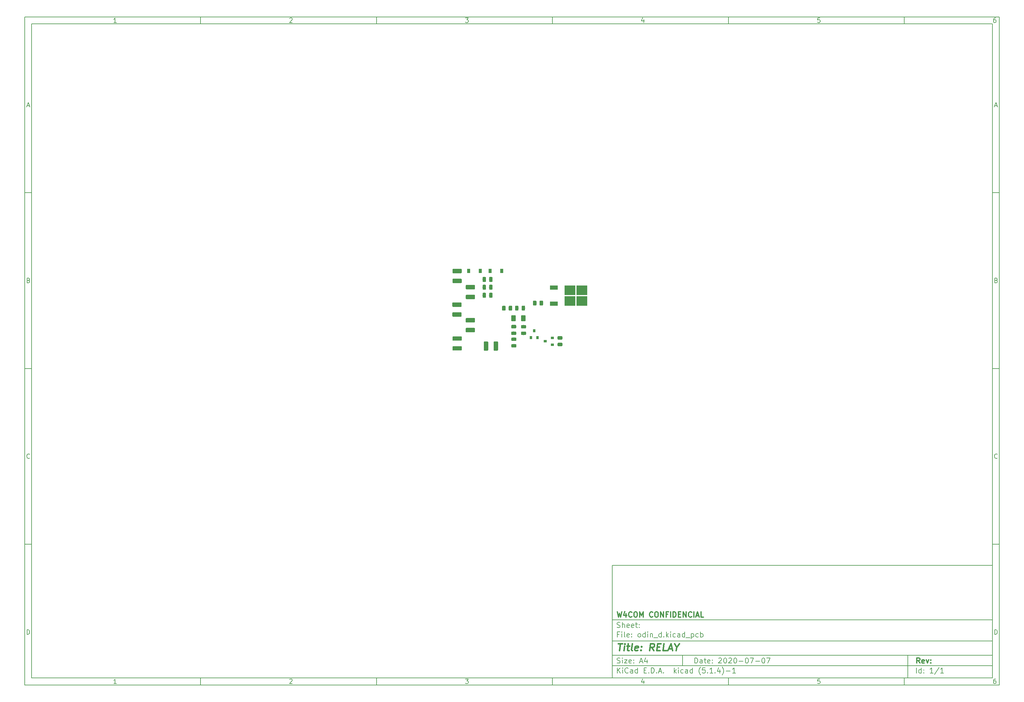
<source format=gbr>
G04 #@! TF.GenerationSoftware,KiCad,Pcbnew,(5.1.4)-1*
G04 #@! TF.CreationDate,2021-05-07T09:09:23-03:00*
G04 #@! TF.ProjectId,odin_d,6f64696e-5f64-42e6-9b69-6361645f7063,rev?*
G04 #@! TF.SameCoordinates,Original*
G04 #@! TF.FileFunction,Paste,Top*
G04 #@! TF.FilePolarity,Positive*
%FSLAX46Y46*%
G04 Gerber Fmt 4.6, Leading zero omitted, Abs format (unit mm)*
G04 Created by KiCad (PCBNEW (5.1.4)-1) date 2021-05-07 09:09:23*
%MOMM*%
%LPD*%
G04 APERTURE LIST*
%ADD10C,0.100000*%
%ADD11C,0.150000*%
%ADD12C,0.300000*%
%ADD13C,0.400000*%
%ADD14R,2.200000X1.200000*%
%ADD15R,3.050000X2.750000*%
%ADD16C,0.975000*%
%ADD17R,0.800000X0.900000*%
%ADD18R,0.900000X1.200000*%
%ADD19R,0.900000X0.800000*%
%ADD20C,1.250000*%
G04 APERTURE END LIST*
D10*
D11*
X177002200Y-166007200D02*
X177002200Y-198007200D01*
X285002200Y-198007200D01*
X285002200Y-166007200D01*
X177002200Y-166007200D01*
D10*
D11*
X10000000Y-10000000D02*
X10000000Y-200007200D01*
X287002200Y-200007200D01*
X287002200Y-10000000D01*
X10000000Y-10000000D01*
D10*
D11*
X12000000Y-12000000D02*
X12000000Y-198007200D01*
X285002200Y-198007200D01*
X285002200Y-12000000D01*
X12000000Y-12000000D01*
D10*
D11*
X60000000Y-12000000D02*
X60000000Y-10000000D01*
D10*
D11*
X110000000Y-12000000D02*
X110000000Y-10000000D01*
D10*
D11*
X160000000Y-12000000D02*
X160000000Y-10000000D01*
D10*
D11*
X210000000Y-12000000D02*
X210000000Y-10000000D01*
D10*
D11*
X260000000Y-12000000D02*
X260000000Y-10000000D01*
D10*
D11*
X36065476Y-11588095D02*
X35322619Y-11588095D01*
X35694047Y-11588095D02*
X35694047Y-10288095D01*
X35570238Y-10473809D01*
X35446428Y-10597619D01*
X35322619Y-10659523D01*
D10*
D11*
X85322619Y-10411904D02*
X85384523Y-10350000D01*
X85508333Y-10288095D01*
X85817857Y-10288095D01*
X85941666Y-10350000D01*
X86003571Y-10411904D01*
X86065476Y-10535714D01*
X86065476Y-10659523D01*
X86003571Y-10845238D01*
X85260714Y-11588095D01*
X86065476Y-11588095D01*
D10*
D11*
X135260714Y-10288095D02*
X136065476Y-10288095D01*
X135632142Y-10783333D01*
X135817857Y-10783333D01*
X135941666Y-10845238D01*
X136003571Y-10907142D01*
X136065476Y-11030952D01*
X136065476Y-11340476D01*
X136003571Y-11464285D01*
X135941666Y-11526190D01*
X135817857Y-11588095D01*
X135446428Y-11588095D01*
X135322619Y-11526190D01*
X135260714Y-11464285D01*
D10*
D11*
X185941666Y-10721428D02*
X185941666Y-11588095D01*
X185632142Y-10226190D02*
X185322619Y-11154761D01*
X186127380Y-11154761D01*
D10*
D11*
X236003571Y-10288095D02*
X235384523Y-10288095D01*
X235322619Y-10907142D01*
X235384523Y-10845238D01*
X235508333Y-10783333D01*
X235817857Y-10783333D01*
X235941666Y-10845238D01*
X236003571Y-10907142D01*
X236065476Y-11030952D01*
X236065476Y-11340476D01*
X236003571Y-11464285D01*
X235941666Y-11526190D01*
X235817857Y-11588095D01*
X235508333Y-11588095D01*
X235384523Y-11526190D01*
X235322619Y-11464285D01*
D10*
D11*
X285941666Y-10288095D02*
X285694047Y-10288095D01*
X285570238Y-10350000D01*
X285508333Y-10411904D01*
X285384523Y-10597619D01*
X285322619Y-10845238D01*
X285322619Y-11340476D01*
X285384523Y-11464285D01*
X285446428Y-11526190D01*
X285570238Y-11588095D01*
X285817857Y-11588095D01*
X285941666Y-11526190D01*
X286003571Y-11464285D01*
X286065476Y-11340476D01*
X286065476Y-11030952D01*
X286003571Y-10907142D01*
X285941666Y-10845238D01*
X285817857Y-10783333D01*
X285570238Y-10783333D01*
X285446428Y-10845238D01*
X285384523Y-10907142D01*
X285322619Y-11030952D01*
D10*
D11*
X60000000Y-198007200D02*
X60000000Y-200007200D01*
D10*
D11*
X110000000Y-198007200D02*
X110000000Y-200007200D01*
D10*
D11*
X160000000Y-198007200D02*
X160000000Y-200007200D01*
D10*
D11*
X210000000Y-198007200D02*
X210000000Y-200007200D01*
D10*
D11*
X260000000Y-198007200D02*
X260000000Y-200007200D01*
D10*
D11*
X36065476Y-199595295D02*
X35322619Y-199595295D01*
X35694047Y-199595295D02*
X35694047Y-198295295D01*
X35570238Y-198481009D01*
X35446428Y-198604819D01*
X35322619Y-198666723D01*
D10*
D11*
X85322619Y-198419104D02*
X85384523Y-198357200D01*
X85508333Y-198295295D01*
X85817857Y-198295295D01*
X85941666Y-198357200D01*
X86003571Y-198419104D01*
X86065476Y-198542914D01*
X86065476Y-198666723D01*
X86003571Y-198852438D01*
X85260714Y-199595295D01*
X86065476Y-199595295D01*
D10*
D11*
X135260714Y-198295295D02*
X136065476Y-198295295D01*
X135632142Y-198790533D01*
X135817857Y-198790533D01*
X135941666Y-198852438D01*
X136003571Y-198914342D01*
X136065476Y-199038152D01*
X136065476Y-199347676D01*
X136003571Y-199471485D01*
X135941666Y-199533390D01*
X135817857Y-199595295D01*
X135446428Y-199595295D01*
X135322619Y-199533390D01*
X135260714Y-199471485D01*
D10*
D11*
X185941666Y-198728628D02*
X185941666Y-199595295D01*
X185632142Y-198233390D02*
X185322619Y-199161961D01*
X186127380Y-199161961D01*
D10*
D11*
X236003571Y-198295295D02*
X235384523Y-198295295D01*
X235322619Y-198914342D01*
X235384523Y-198852438D01*
X235508333Y-198790533D01*
X235817857Y-198790533D01*
X235941666Y-198852438D01*
X236003571Y-198914342D01*
X236065476Y-199038152D01*
X236065476Y-199347676D01*
X236003571Y-199471485D01*
X235941666Y-199533390D01*
X235817857Y-199595295D01*
X235508333Y-199595295D01*
X235384523Y-199533390D01*
X235322619Y-199471485D01*
D10*
D11*
X285941666Y-198295295D02*
X285694047Y-198295295D01*
X285570238Y-198357200D01*
X285508333Y-198419104D01*
X285384523Y-198604819D01*
X285322619Y-198852438D01*
X285322619Y-199347676D01*
X285384523Y-199471485D01*
X285446428Y-199533390D01*
X285570238Y-199595295D01*
X285817857Y-199595295D01*
X285941666Y-199533390D01*
X286003571Y-199471485D01*
X286065476Y-199347676D01*
X286065476Y-199038152D01*
X286003571Y-198914342D01*
X285941666Y-198852438D01*
X285817857Y-198790533D01*
X285570238Y-198790533D01*
X285446428Y-198852438D01*
X285384523Y-198914342D01*
X285322619Y-199038152D01*
D10*
D11*
X10000000Y-60000000D02*
X12000000Y-60000000D01*
D10*
D11*
X10000000Y-110000000D02*
X12000000Y-110000000D01*
D10*
D11*
X10000000Y-160000000D02*
X12000000Y-160000000D01*
D10*
D11*
X10690476Y-35216666D02*
X11309523Y-35216666D01*
X10566666Y-35588095D02*
X11000000Y-34288095D01*
X11433333Y-35588095D01*
D10*
D11*
X11092857Y-84907142D02*
X11278571Y-84969047D01*
X11340476Y-85030952D01*
X11402380Y-85154761D01*
X11402380Y-85340476D01*
X11340476Y-85464285D01*
X11278571Y-85526190D01*
X11154761Y-85588095D01*
X10659523Y-85588095D01*
X10659523Y-84288095D01*
X11092857Y-84288095D01*
X11216666Y-84350000D01*
X11278571Y-84411904D01*
X11340476Y-84535714D01*
X11340476Y-84659523D01*
X11278571Y-84783333D01*
X11216666Y-84845238D01*
X11092857Y-84907142D01*
X10659523Y-84907142D01*
D10*
D11*
X11402380Y-135464285D02*
X11340476Y-135526190D01*
X11154761Y-135588095D01*
X11030952Y-135588095D01*
X10845238Y-135526190D01*
X10721428Y-135402380D01*
X10659523Y-135278571D01*
X10597619Y-135030952D01*
X10597619Y-134845238D01*
X10659523Y-134597619D01*
X10721428Y-134473809D01*
X10845238Y-134350000D01*
X11030952Y-134288095D01*
X11154761Y-134288095D01*
X11340476Y-134350000D01*
X11402380Y-134411904D01*
D10*
D11*
X10659523Y-185588095D02*
X10659523Y-184288095D01*
X10969047Y-184288095D01*
X11154761Y-184350000D01*
X11278571Y-184473809D01*
X11340476Y-184597619D01*
X11402380Y-184845238D01*
X11402380Y-185030952D01*
X11340476Y-185278571D01*
X11278571Y-185402380D01*
X11154761Y-185526190D01*
X10969047Y-185588095D01*
X10659523Y-185588095D01*
D10*
D11*
X287002200Y-60000000D02*
X285002200Y-60000000D01*
D10*
D11*
X287002200Y-110000000D02*
X285002200Y-110000000D01*
D10*
D11*
X287002200Y-160000000D02*
X285002200Y-160000000D01*
D10*
D11*
X285692676Y-35216666D02*
X286311723Y-35216666D01*
X285568866Y-35588095D02*
X286002200Y-34288095D01*
X286435533Y-35588095D01*
D10*
D11*
X286095057Y-84907142D02*
X286280771Y-84969047D01*
X286342676Y-85030952D01*
X286404580Y-85154761D01*
X286404580Y-85340476D01*
X286342676Y-85464285D01*
X286280771Y-85526190D01*
X286156961Y-85588095D01*
X285661723Y-85588095D01*
X285661723Y-84288095D01*
X286095057Y-84288095D01*
X286218866Y-84350000D01*
X286280771Y-84411904D01*
X286342676Y-84535714D01*
X286342676Y-84659523D01*
X286280771Y-84783333D01*
X286218866Y-84845238D01*
X286095057Y-84907142D01*
X285661723Y-84907142D01*
D10*
D11*
X286404580Y-135464285D02*
X286342676Y-135526190D01*
X286156961Y-135588095D01*
X286033152Y-135588095D01*
X285847438Y-135526190D01*
X285723628Y-135402380D01*
X285661723Y-135278571D01*
X285599819Y-135030952D01*
X285599819Y-134845238D01*
X285661723Y-134597619D01*
X285723628Y-134473809D01*
X285847438Y-134350000D01*
X286033152Y-134288095D01*
X286156961Y-134288095D01*
X286342676Y-134350000D01*
X286404580Y-134411904D01*
D10*
D11*
X285661723Y-185588095D02*
X285661723Y-184288095D01*
X285971247Y-184288095D01*
X286156961Y-184350000D01*
X286280771Y-184473809D01*
X286342676Y-184597619D01*
X286404580Y-184845238D01*
X286404580Y-185030952D01*
X286342676Y-185278571D01*
X286280771Y-185402380D01*
X286156961Y-185526190D01*
X285971247Y-185588095D01*
X285661723Y-185588095D01*
D10*
D11*
X200434342Y-193785771D02*
X200434342Y-192285771D01*
X200791485Y-192285771D01*
X201005771Y-192357200D01*
X201148628Y-192500057D01*
X201220057Y-192642914D01*
X201291485Y-192928628D01*
X201291485Y-193142914D01*
X201220057Y-193428628D01*
X201148628Y-193571485D01*
X201005771Y-193714342D01*
X200791485Y-193785771D01*
X200434342Y-193785771D01*
X202577200Y-193785771D02*
X202577200Y-193000057D01*
X202505771Y-192857200D01*
X202362914Y-192785771D01*
X202077200Y-192785771D01*
X201934342Y-192857200D01*
X202577200Y-193714342D02*
X202434342Y-193785771D01*
X202077200Y-193785771D01*
X201934342Y-193714342D01*
X201862914Y-193571485D01*
X201862914Y-193428628D01*
X201934342Y-193285771D01*
X202077200Y-193214342D01*
X202434342Y-193214342D01*
X202577200Y-193142914D01*
X203077200Y-192785771D02*
X203648628Y-192785771D01*
X203291485Y-192285771D02*
X203291485Y-193571485D01*
X203362914Y-193714342D01*
X203505771Y-193785771D01*
X203648628Y-193785771D01*
X204720057Y-193714342D02*
X204577200Y-193785771D01*
X204291485Y-193785771D01*
X204148628Y-193714342D01*
X204077200Y-193571485D01*
X204077200Y-193000057D01*
X204148628Y-192857200D01*
X204291485Y-192785771D01*
X204577200Y-192785771D01*
X204720057Y-192857200D01*
X204791485Y-193000057D01*
X204791485Y-193142914D01*
X204077200Y-193285771D01*
X205434342Y-193642914D02*
X205505771Y-193714342D01*
X205434342Y-193785771D01*
X205362914Y-193714342D01*
X205434342Y-193642914D01*
X205434342Y-193785771D01*
X205434342Y-192857200D02*
X205505771Y-192928628D01*
X205434342Y-193000057D01*
X205362914Y-192928628D01*
X205434342Y-192857200D01*
X205434342Y-193000057D01*
X207220057Y-192428628D02*
X207291485Y-192357200D01*
X207434342Y-192285771D01*
X207791485Y-192285771D01*
X207934342Y-192357200D01*
X208005771Y-192428628D01*
X208077200Y-192571485D01*
X208077200Y-192714342D01*
X208005771Y-192928628D01*
X207148628Y-193785771D01*
X208077200Y-193785771D01*
X209005771Y-192285771D02*
X209148628Y-192285771D01*
X209291485Y-192357200D01*
X209362914Y-192428628D01*
X209434342Y-192571485D01*
X209505771Y-192857200D01*
X209505771Y-193214342D01*
X209434342Y-193500057D01*
X209362914Y-193642914D01*
X209291485Y-193714342D01*
X209148628Y-193785771D01*
X209005771Y-193785771D01*
X208862914Y-193714342D01*
X208791485Y-193642914D01*
X208720057Y-193500057D01*
X208648628Y-193214342D01*
X208648628Y-192857200D01*
X208720057Y-192571485D01*
X208791485Y-192428628D01*
X208862914Y-192357200D01*
X209005771Y-192285771D01*
X210077200Y-192428628D02*
X210148628Y-192357200D01*
X210291485Y-192285771D01*
X210648628Y-192285771D01*
X210791485Y-192357200D01*
X210862914Y-192428628D01*
X210934342Y-192571485D01*
X210934342Y-192714342D01*
X210862914Y-192928628D01*
X210005771Y-193785771D01*
X210934342Y-193785771D01*
X211862914Y-192285771D02*
X212005771Y-192285771D01*
X212148628Y-192357200D01*
X212220057Y-192428628D01*
X212291485Y-192571485D01*
X212362914Y-192857200D01*
X212362914Y-193214342D01*
X212291485Y-193500057D01*
X212220057Y-193642914D01*
X212148628Y-193714342D01*
X212005771Y-193785771D01*
X211862914Y-193785771D01*
X211720057Y-193714342D01*
X211648628Y-193642914D01*
X211577200Y-193500057D01*
X211505771Y-193214342D01*
X211505771Y-192857200D01*
X211577200Y-192571485D01*
X211648628Y-192428628D01*
X211720057Y-192357200D01*
X211862914Y-192285771D01*
X213005771Y-193214342D02*
X214148628Y-193214342D01*
X215148628Y-192285771D02*
X215291485Y-192285771D01*
X215434342Y-192357200D01*
X215505771Y-192428628D01*
X215577200Y-192571485D01*
X215648628Y-192857200D01*
X215648628Y-193214342D01*
X215577200Y-193500057D01*
X215505771Y-193642914D01*
X215434342Y-193714342D01*
X215291485Y-193785771D01*
X215148628Y-193785771D01*
X215005771Y-193714342D01*
X214934342Y-193642914D01*
X214862914Y-193500057D01*
X214791485Y-193214342D01*
X214791485Y-192857200D01*
X214862914Y-192571485D01*
X214934342Y-192428628D01*
X215005771Y-192357200D01*
X215148628Y-192285771D01*
X216148628Y-192285771D02*
X217148628Y-192285771D01*
X216505771Y-193785771D01*
X217720057Y-193214342D02*
X218862914Y-193214342D01*
X219862914Y-192285771D02*
X220005771Y-192285771D01*
X220148628Y-192357200D01*
X220220057Y-192428628D01*
X220291485Y-192571485D01*
X220362914Y-192857200D01*
X220362914Y-193214342D01*
X220291485Y-193500057D01*
X220220057Y-193642914D01*
X220148628Y-193714342D01*
X220005771Y-193785771D01*
X219862914Y-193785771D01*
X219720057Y-193714342D01*
X219648628Y-193642914D01*
X219577200Y-193500057D01*
X219505771Y-193214342D01*
X219505771Y-192857200D01*
X219577200Y-192571485D01*
X219648628Y-192428628D01*
X219720057Y-192357200D01*
X219862914Y-192285771D01*
X220862914Y-192285771D02*
X221862914Y-192285771D01*
X221220057Y-193785771D01*
D10*
D11*
X177002200Y-194507200D02*
X285002200Y-194507200D01*
D10*
D11*
X178434342Y-196585771D02*
X178434342Y-195085771D01*
X179291485Y-196585771D02*
X178648628Y-195728628D01*
X179291485Y-195085771D02*
X178434342Y-195942914D01*
X179934342Y-196585771D02*
X179934342Y-195585771D01*
X179934342Y-195085771D02*
X179862914Y-195157200D01*
X179934342Y-195228628D01*
X180005771Y-195157200D01*
X179934342Y-195085771D01*
X179934342Y-195228628D01*
X181505771Y-196442914D02*
X181434342Y-196514342D01*
X181220057Y-196585771D01*
X181077200Y-196585771D01*
X180862914Y-196514342D01*
X180720057Y-196371485D01*
X180648628Y-196228628D01*
X180577200Y-195942914D01*
X180577200Y-195728628D01*
X180648628Y-195442914D01*
X180720057Y-195300057D01*
X180862914Y-195157200D01*
X181077200Y-195085771D01*
X181220057Y-195085771D01*
X181434342Y-195157200D01*
X181505771Y-195228628D01*
X182791485Y-196585771D02*
X182791485Y-195800057D01*
X182720057Y-195657200D01*
X182577200Y-195585771D01*
X182291485Y-195585771D01*
X182148628Y-195657200D01*
X182791485Y-196514342D02*
X182648628Y-196585771D01*
X182291485Y-196585771D01*
X182148628Y-196514342D01*
X182077200Y-196371485D01*
X182077200Y-196228628D01*
X182148628Y-196085771D01*
X182291485Y-196014342D01*
X182648628Y-196014342D01*
X182791485Y-195942914D01*
X184148628Y-196585771D02*
X184148628Y-195085771D01*
X184148628Y-196514342D02*
X184005771Y-196585771D01*
X183720057Y-196585771D01*
X183577200Y-196514342D01*
X183505771Y-196442914D01*
X183434342Y-196300057D01*
X183434342Y-195871485D01*
X183505771Y-195728628D01*
X183577200Y-195657200D01*
X183720057Y-195585771D01*
X184005771Y-195585771D01*
X184148628Y-195657200D01*
X186005771Y-195800057D02*
X186505771Y-195800057D01*
X186720057Y-196585771D02*
X186005771Y-196585771D01*
X186005771Y-195085771D01*
X186720057Y-195085771D01*
X187362914Y-196442914D02*
X187434342Y-196514342D01*
X187362914Y-196585771D01*
X187291485Y-196514342D01*
X187362914Y-196442914D01*
X187362914Y-196585771D01*
X188077200Y-196585771D02*
X188077200Y-195085771D01*
X188434342Y-195085771D01*
X188648628Y-195157200D01*
X188791485Y-195300057D01*
X188862914Y-195442914D01*
X188934342Y-195728628D01*
X188934342Y-195942914D01*
X188862914Y-196228628D01*
X188791485Y-196371485D01*
X188648628Y-196514342D01*
X188434342Y-196585771D01*
X188077200Y-196585771D01*
X189577200Y-196442914D02*
X189648628Y-196514342D01*
X189577200Y-196585771D01*
X189505771Y-196514342D01*
X189577200Y-196442914D01*
X189577200Y-196585771D01*
X190220057Y-196157200D02*
X190934342Y-196157200D01*
X190077200Y-196585771D02*
X190577200Y-195085771D01*
X191077200Y-196585771D01*
X191577200Y-196442914D02*
X191648628Y-196514342D01*
X191577200Y-196585771D01*
X191505771Y-196514342D01*
X191577200Y-196442914D01*
X191577200Y-196585771D01*
X194577200Y-196585771D02*
X194577200Y-195085771D01*
X194720057Y-196014342D02*
X195148628Y-196585771D01*
X195148628Y-195585771D02*
X194577200Y-196157200D01*
X195791485Y-196585771D02*
X195791485Y-195585771D01*
X195791485Y-195085771D02*
X195720057Y-195157200D01*
X195791485Y-195228628D01*
X195862914Y-195157200D01*
X195791485Y-195085771D01*
X195791485Y-195228628D01*
X197148628Y-196514342D02*
X197005771Y-196585771D01*
X196720057Y-196585771D01*
X196577200Y-196514342D01*
X196505771Y-196442914D01*
X196434342Y-196300057D01*
X196434342Y-195871485D01*
X196505771Y-195728628D01*
X196577200Y-195657200D01*
X196720057Y-195585771D01*
X197005771Y-195585771D01*
X197148628Y-195657200D01*
X198434342Y-196585771D02*
X198434342Y-195800057D01*
X198362914Y-195657200D01*
X198220057Y-195585771D01*
X197934342Y-195585771D01*
X197791485Y-195657200D01*
X198434342Y-196514342D02*
X198291485Y-196585771D01*
X197934342Y-196585771D01*
X197791485Y-196514342D01*
X197720057Y-196371485D01*
X197720057Y-196228628D01*
X197791485Y-196085771D01*
X197934342Y-196014342D01*
X198291485Y-196014342D01*
X198434342Y-195942914D01*
X199791485Y-196585771D02*
X199791485Y-195085771D01*
X199791485Y-196514342D02*
X199648628Y-196585771D01*
X199362914Y-196585771D01*
X199220057Y-196514342D01*
X199148628Y-196442914D01*
X199077200Y-196300057D01*
X199077200Y-195871485D01*
X199148628Y-195728628D01*
X199220057Y-195657200D01*
X199362914Y-195585771D01*
X199648628Y-195585771D01*
X199791485Y-195657200D01*
X202077200Y-197157200D02*
X202005771Y-197085771D01*
X201862914Y-196871485D01*
X201791485Y-196728628D01*
X201720057Y-196514342D01*
X201648628Y-196157200D01*
X201648628Y-195871485D01*
X201720057Y-195514342D01*
X201791485Y-195300057D01*
X201862914Y-195157200D01*
X202005771Y-194942914D01*
X202077200Y-194871485D01*
X203362914Y-195085771D02*
X202648628Y-195085771D01*
X202577200Y-195800057D01*
X202648628Y-195728628D01*
X202791485Y-195657200D01*
X203148628Y-195657200D01*
X203291485Y-195728628D01*
X203362914Y-195800057D01*
X203434342Y-195942914D01*
X203434342Y-196300057D01*
X203362914Y-196442914D01*
X203291485Y-196514342D01*
X203148628Y-196585771D01*
X202791485Y-196585771D01*
X202648628Y-196514342D01*
X202577200Y-196442914D01*
X204077200Y-196442914D02*
X204148628Y-196514342D01*
X204077200Y-196585771D01*
X204005771Y-196514342D01*
X204077200Y-196442914D01*
X204077200Y-196585771D01*
X205577200Y-196585771D02*
X204720057Y-196585771D01*
X205148628Y-196585771D02*
X205148628Y-195085771D01*
X205005771Y-195300057D01*
X204862914Y-195442914D01*
X204720057Y-195514342D01*
X206220057Y-196442914D02*
X206291485Y-196514342D01*
X206220057Y-196585771D01*
X206148628Y-196514342D01*
X206220057Y-196442914D01*
X206220057Y-196585771D01*
X207577200Y-195585771D02*
X207577200Y-196585771D01*
X207220057Y-195014342D02*
X206862914Y-196085771D01*
X207791485Y-196085771D01*
X208220057Y-197157200D02*
X208291485Y-197085771D01*
X208434342Y-196871485D01*
X208505771Y-196728628D01*
X208577200Y-196514342D01*
X208648628Y-196157200D01*
X208648628Y-195871485D01*
X208577200Y-195514342D01*
X208505771Y-195300057D01*
X208434342Y-195157200D01*
X208291485Y-194942914D01*
X208220057Y-194871485D01*
X209362914Y-196014342D02*
X210505771Y-196014342D01*
X212005771Y-196585771D02*
X211148628Y-196585771D01*
X211577200Y-196585771D02*
X211577200Y-195085771D01*
X211434342Y-195300057D01*
X211291485Y-195442914D01*
X211148628Y-195514342D01*
D10*
D11*
X177002200Y-191507200D02*
X285002200Y-191507200D01*
D10*
D12*
X264411485Y-193785771D02*
X263911485Y-193071485D01*
X263554342Y-193785771D02*
X263554342Y-192285771D01*
X264125771Y-192285771D01*
X264268628Y-192357200D01*
X264340057Y-192428628D01*
X264411485Y-192571485D01*
X264411485Y-192785771D01*
X264340057Y-192928628D01*
X264268628Y-193000057D01*
X264125771Y-193071485D01*
X263554342Y-193071485D01*
X265625771Y-193714342D02*
X265482914Y-193785771D01*
X265197200Y-193785771D01*
X265054342Y-193714342D01*
X264982914Y-193571485D01*
X264982914Y-193000057D01*
X265054342Y-192857200D01*
X265197200Y-192785771D01*
X265482914Y-192785771D01*
X265625771Y-192857200D01*
X265697200Y-193000057D01*
X265697200Y-193142914D01*
X264982914Y-193285771D01*
X266197200Y-192785771D02*
X266554342Y-193785771D01*
X266911485Y-192785771D01*
X267482914Y-193642914D02*
X267554342Y-193714342D01*
X267482914Y-193785771D01*
X267411485Y-193714342D01*
X267482914Y-193642914D01*
X267482914Y-193785771D01*
X267482914Y-192857200D02*
X267554342Y-192928628D01*
X267482914Y-193000057D01*
X267411485Y-192928628D01*
X267482914Y-192857200D01*
X267482914Y-193000057D01*
D10*
D11*
X178362914Y-193714342D02*
X178577200Y-193785771D01*
X178934342Y-193785771D01*
X179077200Y-193714342D01*
X179148628Y-193642914D01*
X179220057Y-193500057D01*
X179220057Y-193357200D01*
X179148628Y-193214342D01*
X179077200Y-193142914D01*
X178934342Y-193071485D01*
X178648628Y-193000057D01*
X178505771Y-192928628D01*
X178434342Y-192857200D01*
X178362914Y-192714342D01*
X178362914Y-192571485D01*
X178434342Y-192428628D01*
X178505771Y-192357200D01*
X178648628Y-192285771D01*
X179005771Y-192285771D01*
X179220057Y-192357200D01*
X179862914Y-193785771D02*
X179862914Y-192785771D01*
X179862914Y-192285771D02*
X179791485Y-192357200D01*
X179862914Y-192428628D01*
X179934342Y-192357200D01*
X179862914Y-192285771D01*
X179862914Y-192428628D01*
X180434342Y-192785771D02*
X181220057Y-192785771D01*
X180434342Y-193785771D01*
X181220057Y-193785771D01*
X182362914Y-193714342D02*
X182220057Y-193785771D01*
X181934342Y-193785771D01*
X181791485Y-193714342D01*
X181720057Y-193571485D01*
X181720057Y-193000057D01*
X181791485Y-192857200D01*
X181934342Y-192785771D01*
X182220057Y-192785771D01*
X182362914Y-192857200D01*
X182434342Y-193000057D01*
X182434342Y-193142914D01*
X181720057Y-193285771D01*
X183077200Y-193642914D02*
X183148628Y-193714342D01*
X183077200Y-193785771D01*
X183005771Y-193714342D01*
X183077200Y-193642914D01*
X183077200Y-193785771D01*
X183077200Y-192857200D02*
X183148628Y-192928628D01*
X183077200Y-193000057D01*
X183005771Y-192928628D01*
X183077200Y-192857200D01*
X183077200Y-193000057D01*
X184862914Y-193357200D02*
X185577200Y-193357200D01*
X184720057Y-193785771D02*
X185220057Y-192285771D01*
X185720057Y-193785771D01*
X186862914Y-192785771D02*
X186862914Y-193785771D01*
X186505771Y-192214342D02*
X186148628Y-193285771D01*
X187077200Y-193285771D01*
D10*
D11*
X263434342Y-196585771D02*
X263434342Y-195085771D01*
X264791485Y-196585771D02*
X264791485Y-195085771D01*
X264791485Y-196514342D02*
X264648628Y-196585771D01*
X264362914Y-196585771D01*
X264220057Y-196514342D01*
X264148628Y-196442914D01*
X264077200Y-196300057D01*
X264077200Y-195871485D01*
X264148628Y-195728628D01*
X264220057Y-195657200D01*
X264362914Y-195585771D01*
X264648628Y-195585771D01*
X264791485Y-195657200D01*
X265505771Y-196442914D02*
X265577200Y-196514342D01*
X265505771Y-196585771D01*
X265434342Y-196514342D01*
X265505771Y-196442914D01*
X265505771Y-196585771D01*
X265505771Y-195657200D02*
X265577200Y-195728628D01*
X265505771Y-195800057D01*
X265434342Y-195728628D01*
X265505771Y-195657200D01*
X265505771Y-195800057D01*
X268148628Y-196585771D02*
X267291485Y-196585771D01*
X267720057Y-196585771D02*
X267720057Y-195085771D01*
X267577200Y-195300057D01*
X267434342Y-195442914D01*
X267291485Y-195514342D01*
X269862914Y-195014342D02*
X268577200Y-196942914D01*
X271148628Y-196585771D02*
X270291485Y-196585771D01*
X270720057Y-196585771D02*
X270720057Y-195085771D01*
X270577200Y-195300057D01*
X270434342Y-195442914D01*
X270291485Y-195514342D01*
D10*
D11*
X177002200Y-187507200D02*
X285002200Y-187507200D01*
D10*
D13*
X178714580Y-188211961D02*
X179857438Y-188211961D01*
X179036009Y-190211961D02*
X179286009Y-188211961D01*
X180274104Y-190211961D02*
X180440771Y-188878628D01*
X180524104Y-188211961D02*
X180416961Y-188307200D01*
X180500295Y-188402438D01*
X180607438Y-188307200D01*
X180524104Y-188211961D01*
X180500295Y-188402438D01*
X181107438Y-188878628D02*
X181869342Y-188878628D01*
X181476485Y-188211961D02*
X181262200Y-189926247D01*
X181333628Y-190116723D01*
X181512200Y-190211961D01*
X181702676Y-190211961D01*
X182655057Y-190211961D02*
X182476485Y-190116723D01*
X182405057Y-189926247D01*
X182619342Y-188211961D01*
X184190771Y-190116723D02*
X183988390Y-190211961D01*
X183607438Y-190211961D01*
X183428866Y-190116723D01*
X183357438Y-189926247D01*
X183452676Y-189164342D01*
X183571723Y-188973866D01*
X183774104Y-188878628D01*
X184155057Y-188878628D01*
X184333628Y-188973866D01*
X184405057Y-189164342D01*
X184381247Y-189354819D01*
X183405057Y-189545295D01*
X185155057Y-190021485D02*
X185238390Y-190116723D01*
X185131247Y-190211961D01*
X185047914Y-190116723D01*
X185155057Y-190021485D01*
X185131247Y-190211961D01*
X185286009Y-188973866D02*
X185369342Y-189069104D01*
X185262200Y-189164342D01*
X185178866Y-189069104D01*
X185286009Y-188973866D01*
X185262200Y-189164342D01*
X188750295Y-190211961D02*
X188202676Y-189259580D01*
X187607438Y-190211961D02*
X187857438Y-188211961D01*
X188619342Y-188211961D01*
X188797914Y-188307200D01*
X188881247Y-188402438D01*
X188952676Y-188592914D01*
X188916961Y-188878628D01*
X188797914Y-189069104D01*
X188690771Y-189164342D01*
X188488390Y-189259580D01*
X187726485Y-189259580D01*
X189738390Y-189164342D02*
X190405057Y-189164342D01*
X190559819Y-190211961D02*
X189607438Y-190211961D01*
X189857438Y-188211961D01*
X190809819Y-188211961D01*
X192369342Y-190211961D02*
X191416961Y-190211961D01*
X191666961Y-188211961D01*
X193012200Y-189640533D02*
X193964580Y-189640533D01*
X192750295Y-190211961D02*
X193666961Y-188211961D01*
X194083628Y-190211961D01*
X195250295Y-189259580D02*
X195131247Y-190211961D01*
X194714580Y-188211961D02*
X195250295Y-189259580D01*
X196047914Y-188211961D01*
D10*
D11*
X178934342Y-185600057D02*
X178434342Y-185600057D01*
X178434342Y-186385771D02*
X178434342Y-184885771D01*
X179148628Y-184885771D01*
X179720057Y-186385771D02*
X179720057Y-185385771D01*
X179720057Y-184885771D02*
X179648628Y-184957200D01*
X179720057Y-185028628D01*
X179791485Y-184957200D01*
X179720057Y-184885771D01*
X179720057Y-185028628D01*
X180648628Y-186385771D02*
X180505771Y-186314342D01*
X180434342Y-186171485D01*
X180434342Y-184885771D01*
X181791485Y-186314342D02*
X181648628Y-186385771D01*
X181362914Y-186385771D01*
X181220057Y-186314342D01*
X181148628Y-186171485D01*
X181148628Y-185600057D01*
X181220057Y-185457200D01*
X181362914Y-185385771D01*
X181648628Y-185385771D01*
X181791485Y-185457200D01*
X181862914Y-185600057D01*
X181862914Y-185742914D01*
X181148628Y-185885771D01*
X182505771Y-186242914D02*
X182577200Y-186314342D01*
X182505771Y-186385771D01*
X182434342Y-186314342D01*
X182505771Y-186242914D01*
X182505771Y-186385771D01*
X182505771Y-185457200D02*
X182577200Y-185528628D01*
X182505771Y-185600057D01*
X182434342Y-185528628D01*
X182505771Y-185457200D01*
X182505771Y-185600057D01*
X184577200Y-186385771D02*
X184434342Y-186314342D01*
X184362914Y-186242914D01*
X184291485Y-186100057D01*
X184291485Y-185671485D01*
X184362914Y-185528628D01*
X184434342Y-185457200D01*
X184577200Y-185385771D01*
X184791485Y-185385771D01*
X184934342Y-185457200D01*
X185005771Y-185528628D01*
X185077200Y-185671485D01*
X185077200Y-186100057D01*
X185005771Y-186242914D01*
X184934342Y-186314342D01*
X184791485Y-186385771D01*
X184577200Y-186385771D01*
X186362914Y-186385771D02*
X186362914Y-184885771D01*
X186362914Y-186314342D02*
X186220057Y-186385771D01*
X185934342Y-186385771D01*
X185791485Y-186314342D01*
X185720057Y-186242914D01*
X185648628Y-186100057D01*
X185648628Y-185671485D01*
X185720057Y-185528628D01*
X185791485Y-185457200D01*
X185934342Y-185385771D01*
X186220057Y-185385771D01*
X186362914Y-185457200D01*
X187077200Y-186385771D02*
X187077200Y-185385771D01*
X187077200Y-184885771D02*
X187005771Y-184957200D01*
X187077200Y-185028628D01*
X187148628Y-184957200D01*
X187077200Y-184885771D01*
X187077200Y-185028628D01*
X187791485Y-185385771D02*
X187791485Y-186385771D01*
X187791485Y-185528628D02*
X187862914Y-185457200D01*
X188005771Y-185385771D01*
X188220057Y-185385771D01*
X188362914Y-185457200D01*
X188434342Y-185600057D01*
X188434342Y-186385771D01*
X188791485Y-186528628D02*
X189934342Y-186528628D01*
X190934342Y-186385771D02*
X190934342Y-184885771D01*
X190934342Y-186314342D02*
X190791485Y-186385771D01*
X190505771Y-186385771D01*
X190362914Y-186314342D01*
X190291485Y-186242914D01*
X190220057Y-186100057D01*
X190220057Y-185671485D01*
X190291485Y-185528628D01*
X190362914Y-185457200D01*
X190505771Y-185385771D01*
X190791485Y-185385771D01*
X190934342Y-185457200D01*
X191648628Y-186242914D02*
X191720057Y-186314342D01*
X191648628Y-186385771D01*
X191577200Y-186314342D01*
X191648628Y-186242914D01*
X191648628Y-186385771D01*
X192362914Y-186385771D02*
X192362914Y-184885771D01*
X192505771Y-185814342D02*
X192934342Y-186385771D01*
X192934342Y-185385771D02*
X192362914Y-185957200D01*
X193577200Y-186385771D02*
X193577200Y-185385771D01*
X193577200Y-184885771D02*
X193505771Y-184957200D01*
X193577200Y-185028628D01*
X193648628Y-184957200D01*
X193577200Y-184885771D01*
X193577200Y-185028628D01*
X194934342Y-186314342D02*
X194791485Y-186385771D01*
X194505771Y-186385771D01*
X194362914Y-186314342D01*
X194291485Y-186242914D01*
X194220057Y-186100057D01*
X194220057Y-185671485D01*
X194291485Y-185528628D01*
X194362914Y-185457200D01*
X194505771Y-185385771D01*
X194791485Y-185385771D01*
X194934342Y-185457200D01*
X196220057Y-186385771D02*
X196220057Y-185600057D01*
X196148628Y-185457200D01*
X196005771Y-185385771D01*
X195720057Y-185385771D01*
X195577200Y-185457200D01*
X196220057Y-186314342D02*
X196077200Y-186385771D01*
X195720057Y-186385771D01*
X195577200Y-186314342D01*
X195505771Y-186171485D01*
X195505771Y-186028628D01*
X195577200Y-185885771D01*
X195720057Y-185814342D01*
X196077200Y-185814342D01*
X196220057Y-185742914D01*
X197577200Y-186385771D02*
X197577200Y-184885771D01*
X197577200Y-186314342D02*
X197434342Y-186385771D01*
X197148628Y-186385771D01*
X197005771Y-186314342D01*
X196934342Y-186242914D01*
X196862914Y-186100057D01*
X196862914Y-185671485D01*
X196934342Y-185528628D01*
X197005771Y-185457200D01*
X197148628Y-185385771D01*
X197434342Y-185385771D01*
X197577200Y-185457200D01*
X197934342Y-186528628D02*
X199077200Y-186528628D01*
X199434342Y-185385771D02*
X199434342Y-186885771D01*
X199434342Y-185457200D02*
X199577200Y-185385771D01*
X199862914Y-185385771D01*
X200005771Y-185457200D01*
X200077200Y-185528628D01*
X200148628Y-185671485D01*
X200148628Y-186100057D01*
X200077200Y-186242914D01*
X200005771Y-186314342D01*
X199862914Y-186385771D01*
X199577200Y-186385771D01*
X199434342Y-186314342D01*
X201434342Y-186314342D02*
X201291485Y-186385771D01*
X201005771Y-186385771D01*
X200862914Y-186314342D01*
X200791485Y-186242914D01*
X200720057Y-186100057D01*
X200720057Y-185671485D01*
X200791485Y-185528628D01*
X200862914Y-185457200D01*
X201005771Y-185385771D01*
X201291485Y-185385771D01*
X201434342Y-185457200D01*
X202077200Y-186385771D02*
X202077200Y-184885771D01*
X202077200Y-185457200D02*
X202220057Y-185385771D01*
X202505771Y-185385771D01*
X202648628Y-185457200D01*
X202720057Y-185528628D01*
X202791485Y-185671485D01*
X202791485Y-186100057D01*
X202720057Y-186242914D01*
X202648628Y-186314342D01*
X202505771Y-186385771D01*
X202220057Y-186385771D01*
X202077200Y-186314342D01*
D10*
D11*
X177002200Y-181507200D02*
X285002200Y-181507200D01*
D10*
D11*
X178362914Y-183614342D02*
X178577200Y-183685771D01*
X178934342Y-183685771D01*
X179077200Y-183614342D01*
X179148628Y-183542914D01*
X179220057Y-183400057D01*
X179220057Y-183257200D01*
X179148628Y-183114342D01*
X179077200Y-183042914D01*
X178934342Y-182971485D01*
X178648628Y-182900057D01*
X178505771Y-182828628D01*
X178434342Y-182757200D01*
X178362914Y-182614342D01*
X178362914Y-182471485D01*
X178434342Y-182328628D01*
X178505771Y-182257200D01*
X178648628Y-182185771D01*
X179005771Y-182185771D01*
X179220057Y-182257200D01*
X179862914Y-183685771D02*
X179862914Y-182185771D01*
X180505771Y-183685771D02*
X180505771Y-182900057D01*
X180434342Y-182757200D01*
X180291485Y-182685771D01*
X180077200Y-182685771D01*
X179934342Y-182757200D01*
X179862914Y-182828628D01*
X181791485Y-183614342D02*
X181648628Y-183685771D01*
X181362914Y-183685771D01*
X181220057Y-183614342D01*
X181148628Y-183471485D01*
X181148628Y-182900057D01*
X181220057Y-182757200D01*
X181362914Y-182685771D01*
X181648628Y-182685771D01*
X181791485Y-182757200D01*
X181862914Y-182900057D01*
X181862914Y-183042914D01*
X181148628Y-183185771D01*
X183077200Y-183614342D02*
X182934342Y-183685771D01*
X182648628Y-183685771D01*
X182505771Y-183614342D01*
X182434342Y-183471485D01*
X182434342Y-182900057D01*
X182505771Y-182757200D01*
X182648628Y-182685771D01*
X182934342Y-182685771D01*
X183077200Y-182757200D01*
X183148628Y-182900057D01*
X183148628Y-183042914D01*
X182434342Y-183185771D01*
X183577200Y-182685771D02*
X184148628Y-182685771D01*
X183791485Y-182185771D02*
X183791485Y-183471485D01*
X183862914Y-183614342D01*
X184005771Y-183685771D01*
X184148628Y-183685771D01*
X184648628Y-183542914D02*
X184720057Y-183614342D01*
X184648628Y-183685771D01*
X184577200Y-183614342D01*
X184648628Y-183542914D01*
X184648628Y-183685771D01*
X184648628Y-182757200D02*
X184720057Y-182828628D01*
X184648628Y-182900057D01*
X184577200Y-182828628D01*
X184648628Y-182757200D01*
X184648628Y-182900057D01*
D10*
D12*
X178411485Y-179185771D02*
X178768628Y-180685771D01*
X179054342Y-179614342D01*
X179340057Y-180685771D01*
X179697200Y-179185771D01*
X180911485Y-179685771D02*
X180911485Y-180685771D01*
X180554342Y-179114342D02*
X180197200Y-180185771D01*
X181125771Y-180185771D01*
X182554342Y-180542914D02*
X182482914Y-180614342D01*
X182268628Y-180685771D01*
X182125771Y-180685771D01*
X181911485Y-180614342D01*
X181768628Y-180471485D01*
X181697200Y-180328628D01*
X181625771Y-180042914D01*
X181625771Y-179828628D01*
X181697200Y-179542914D01*
X181768628Y-179400057D01*
X181911485Y-179257200D01*
X182125771Y-179185771D01*
X182268628Y-179185771D01*
X182482914Y-179257200D01*
X182554342Y-179328628D01*
X183482914Y-179185771D02*
X183768628Y-179185771D01*
X183911485Y-179257200D01*
X184054342Y-179400057D01*
X184125771Y-179685771D01*
X184125771Y-180185771D01*
X184054342Y-180471485D01*
X183911485Y-180614342D01*
X183768628Y-180685771D01*
X183482914Y-180685771D01*
X183340057Y-180614342D01*
X183197200Y-180471485D01*
X183125771Y-180185771D01*
X183125771Y-179685771D01*
X183197200Y-179400057D01*
X183340057Y-179257200D01*
X183482914Y-179185771D01*
X184768628Y-180685771D02*
X184768628Y-179185771D01*
X185268628Y-180257200D01*
X185768628Y-179185771D01*
X185768628Y-180685771D01*
X188482914Y-180542914D02*
X188411485Y-180614342D01*
X188197200Y-180685771D01*
X188054342Y-180685771D01*
X187840057Y-180614342D01*
X187697200Y-180471485D01*
X187625771Y-180328628D01*
X187554342Y-180042914D01*
X187554342Y-179828628D01*
X187625771Y-179542914D01*
X187697200Y-179400057D01*
X187840057Y-179257200D01*
X188054342Y-179185771D01*
X188197200Y-179185771D01*
X188411485Y-179257200D01*
X188482914Y-179328628D01*
X189411485Y-179185771D02*
X189697200Y-179185771D01*
X189840057Y-179257200D01*
X189982914Y-179400057D01*
X190054342Y-179685771D01*
X190054342Y-180185771D01*
X189982914Y-180471485D01*
X189840057Y-180614342D01*
X189697200Y-180685771D01*
X189411485Y-180685771D01*
X189268628Y-180614342D01*
X189125771Y-180471485D01*
X189054342Y-180185771D01*
X189054342Y-179685771D01*
X189125771Y-179400057D01*
X189268628Y-179257200D01*
X189411485Y-179185771D01*
X190697200Y-180685771D02*
X190697200Y-179185771D01*
X191554342Y-180685771D01*
X191554342Y-179185771D01*
X192768628Y-179900057D02*
X192268628Y-179900057D01*
X192268628Y-180685771D02*
X192268628Y-179185771D01*
X192982914Y-179185771D01*
X193554342Y-180685771D02*
X193554342Y-179185771D01*
X194268628Y-180685771D02*
X194268628Y-179185771D01*
X194625771Y-179185771D01*
X194840057Y-179257200D01*
X194982914Y-179400057D01*
X195054342Y-179542914D01*
X195125771Y-179828628D01*
X195125771Y-180042914D01*
X195054342Y-180328628D01*
X194982914Y-180471485D01*
X194840057Y-180614342D01*
X194625771Y-180685771D01*
X194268628Y-180685771D01*
X195768628Y-179900057D02*
X196268628Y-179900057D01*
X196482914Y-180685771D02*
X195768628Y-180685771D01*
X195768628Y-179185771D01*
X196482914Y-179185771D01*
X197125771Y-180685771D02*
X197125771Y-179185771D01*
X197982914Y-180685771D01*
X197982914Y-179185771D01*
X199554342Y-180542914D02*
X199482914Y-180614342D01*
X199268628Y-180685771D01*
X199125771Y-180685771D01*
X198911485Y-180614342D01*
X198768628Y-180471485D01*
X198697200Y-180328628D01*
X198625771Y-180042914D01*
X198625771Y-179828628D01*
X198697200Y-179542914D01*
X198768628Y-179400057D01*
X198911485Y-179257200D01*
X199125771Y-179185771D01*
X199268628Y-179185771D01*
X199482914Y-179257200D01*
X199554342Y-179328628D01*
X200197200Y-180685771D02*
X200197200Y-179185771D01*
X200840057Y-180257200D02*
X201554342Y-180257200D01*
X200697200Y-180685771D02*
X201197200Y-179185771D01*
X201697200Y-180685771D01*
X202911485Y-180685771D02*
X202197200Y-180685771D01*
X202197200Y-179185771D01*
D10*
D11*
X197002200Y-191507200D02*
X197002200Y-194507200D01*
D10*
D11*
X261002200Y-191507200D02*
X261002200Y-198007200D01*
D14*
X160380000Y-86990000D03*
X160380000Y-91550000D03*
D15*
X168355000Y-90795000D03*
X165005000Y-87745000D03*
X168355000Y-87745000D03*
X165005000Y-90795000D03*
D10*
G36*
X142745142Y-88451174D02*
G01*
X142768803Y-88454684D01*
X142792007Y-88460496D01*
X142814529Y-88468554D01*
X142836153Y-88478782D01*
X142856670Y-88491079D01*
X142875883Y-88505329D01*
X142893607Y-88521393D01*
X142909671Y-88539117D01*
X142923921Y-88558330D01*
X142936218Y-88578847D01*
X142946446Y-88600471D01*
X142954504Y-88622993D01*
X142960316Y-88646197D01*
X142963826Y-88669858D01*
X142965000Y-88693750D01*
X142965000Y-89606250D01*
X142963826Y-89630142D01*
X142960316Y-89653803D01*
X142954504Y-89677007D01*
X142946446Y-89699529D01*
X142936218Y-89721153D01*
X142923921Y-89741670D01*
X142909671Y-89760883D01*
X142893607Y-89778607D01*
X142875883Y-89794671D01*
X142856670Y-89808921D01*
X142836153Y-89821218D01*
X142814529Y-89831446D01*
X142792007Y-89839504D01*
X142768803Y-89845316D01*
X142745142Y-89848826D01*
X142721250Y-89850000D01*
X142233750Y-89850000D01*
X142209858Y-89848826D01*
X142186197Y-89845316D01*
X142162993Y-89839504D01*
X142140471Y-89831446D01*
X142118847Y-89821218D01*
X142098330Y-89808921D01*
X142079117Y-89794671D01*
X142061393Y-89778607D01*
X142045329Y-89760883D01*
X142031079Y-89741670D01*
X142018782Y-89721153D01*
X142008554Y-89699529D01*
X142000496Y-89677007D01*
X141994684Y-89653803D01*
X141991174Y-89630142D01*
X141990000Y-89606250D01*
X141990000Y-88693750D01*
X141991174Y-88669858D01*
X141994684Y-88646197D01*
X142000496Y-88622993D01*
X142008554Y-88600471D01*
X142018782Y-88578847D01*
X142031079Y-88558330D01*
X142045329Y-88539117D01*
X142061393Y-88521393D01*
X142079117Y-88505329D01*
X142098330Y-88491079D01*
X142118847Y-88478782D01*
X142140471Y-88468554D01*
X142162993Y-88460496D01*
X142186197Y-88454684D01*
X142209858Y-88451174D01*
X142233750Y-88450000D01*
X142721250Y-88450000D01*
X142745142Y-88451174D01*
X142745142Y-88451174D01*
G37*
D16*
X142477500Y-89150000D03*
D10*
G36*
X140870142Y-88451174D02*
G01*
X140893803Y-88454684D01*
X140917007Y-88460496D01*
X140939529Y-88468554D01*
X140961153Y-88478782D01*
X140981670Y-88491079D01*
X141000883Y-88505329D01*
X141018607Y-88521393D01*
X141034671Y-88539117D01*
X141048921Y-88558330D01*
X141061218Y-88578847D01*
X141071446Y-88600471D01*
X141079504Y-88622993D01*
X141085316Y-88646197D01*
X141088826Y-88669858D01*
X141090000Y-88693750D01*
X141090000Y-89606250D01*
X141088826Y-89630142D01*
X141085316Y-89653803D01*
X141079504Y-89677007D01*
X141071446Y-89699529D01*
X141061218Y-89721153D01*
X141048921Y-89741670D01*
X141034671Y-89760883D01*
X141018607Y-89778607D01*
X141000883Y-89794671D01*
X140981670Y-89808921D01*
X140961153Y-89821218D01*
X140939529Y-89831446D01*
X140917007Y-89839504D01*
X140893803Y-89845316D01*
X140870142Y-89848826D01*
X140846250Y-89850000D01*
X140358750Y-89850000D01*
X140334858Y-89848826D01*
X140311197Y-89845316D01*
X140287993Y-89839504D01*
X140265471Y-89831446D01*
X140243847Y-89821218D01*
X140223330Y-89808921D01*
X140204117Y-89794671D01*
X140186393Y-89778607D01*
X140170329Y-89760883D01*
X140156079Y-89741670D01*
X140143782Y-89721153D01*
X140133554Y-89699529D01*
X140125496Y-89677007D01*
X140119684Y-89653803D01*
X140116174Y-89630142D01*
X140115000Y-89606250D01*
X140115000Y-88693750D01*
X140116174Y-88669858D01*
X140119684Y-88646197D01*
X140125496Y-88622993D01*
X140133554Y-88600471D01*
X140143782Y-88578847D01*
X140156079Y-88558330D01*
X140170329Y-88539117D01*
X140186393Y-88521393D01*
X140204117Y-88505329D01*
X140223330Y-88491079D01*
X140243847Y-88478782D01*
X140265471Y-88468554D01*
X140287993Y-88460496D01*
X140311197Y-88454684D01*
X140334858Y-88451174D01*
X140358750Y-88450000D01*
X140846250Y-88450000D01*
X140870142Y-88451174D01*
X140870142Y-88451174D01*
G37*
D16*
X140602500Y-89150000D03*
D10*
G36*
X140870142Y-86171174D02*
G01*
X140893803Y-86174684D01*
X140917007Y-86180496D01*
X140939529Y-86188554D01*
X140961153Y-86198782D01*
X140981670Y-86211079D01*
X141000883Y-86225329D01*
X141018607Y-86241393D01*
X141034671Y-86259117D01*
X141048921Y-86278330D01*
X141061218Y-86298847D01*
X141071446Y-86320471D01*
X141079504Y-86342993D01*
X141085316Y-86366197D01*
X141088826Y-86389858D01*
X141090000Y-86413750D01*
X141090000Y-87326250D01*
X141088826Y-87350142D01*
X141085316Y-87373803D01*
X141079504Y-87397007D01*
X141071446Y-87419529D01*
X141061218Y-87441153D01*
X141048921Y-87461670D01*
X141034671Y-87480883D01*
X141018607Y-87498607D01*
X141000883Y-87514671D01*
X140981670Y-87528921D01*
X140961153Y-87541218D01*
X140939529Y-87551446D01*
X140917007Y-87559504D01*
X140893803Y-87565316D01*
X140870142Y-87568826D01*
X140846250Y-87570000D01*
X140358750Y-87570000D01*
X140334858Y-87568826D01*
X140311197Y-87565316D01*
X140287993Y-87559504D01*
X140265471Y-87551446D01*
X140243847Y-87541218D01*
X140223330Y-87528921D01*
X140204117Y-87514671D01*
X140186393Y-87498607D01*
X140170329Y-87480883D01*
X140156079Y-87461670D01*
X140143782Y-87441153D01*
X140133554Y-87419529D01*
X140125496Y-87397007D01*
X140119684Y-87373803D01*
X140116174Y-87350142D01*
X140115000Y-87326250D01*
X140115000Y-86413750D01*
X140116174Y-86389858D01*
X140119684Y-86366197D01*
X140125496Y-86342993D01*
X140133554Y-86320471D01*
X140143782Y-86298847D01*
X140156079Y-86278330D01*
X140170329Y-86259117D01*
X140186393Y-86241393D01*
X140204117Y-86225329D01*
X140223330Y-86211079D01*
X140243847Y-86198782D01*
X140265471Y-86188554D01*
X140287993Y-86180496D01*
X140311197Y-86174684D01*
X140334858Y-86171174D01*
X140358750Y-86170000D01*
X140846250Y-86170000D01*
X140870142Y-86171174D01*
X140870142Y-86171174D01*
G37*
D16*
X140602500Y-86870000D03*
D10*
G36*
X142745142Y-86171174D02*
G01*
X142768803Y-86174684D01*
X142792007Y-86180496D01*
X142814529Y-86188554D01*
X142836153Y-86198782D01*
X142856670Y-86211079D01*
X142875883Y-86225329D01*
X142893607Y-86241393D01*
X142909671Y-86259117D01*
X142923921Y-86278330D01*
X142936218Y-86298847D01*
X142946446Y-86320471D01*
X142954504Y-86342993D01*
X142960316Y-86366197D01*
X142963826Y-86389858D01*
X142965000Y-86413750D01*
X142965000Y-87326250D01*
X142963826Y-87350142D01*
X142960316Y-87373803D01*
X142954504Y-87397007D01*
X142946446Y-87419529D01*
X142936218Y-87441153D01*
X142923921Y-87461670D01*
X142909671Y-87480883D01*
X142893607Y-87498607D01*
X142875883Y-87514671D01*
X142856670Y-87528921D01*
X142836153Y-87541218D01*
X142814529Y-87551446D01*
X142792007Y-87559504D01*
X142768803Y-87565316D01*
X142745142Y-87568826D01*
X142721250Y-87570000D01*
X142233750Y-87570000D01*
X142209858Y-87568826D01*
X142186197Y-87565316D01*
X142162993Y-87559504D01*
X142140471Y-87551446D01*
X142118847Y-87541218D01*
X142098330Y-87528921D01*
X142079117Y-87514671D01*
X142061393Y-87498607D01*
X142045329Y-87480883D01*
X142031079Y-87461670D01*
X142018782Y-87441153D01*
X142008554Y-87419529D01*
X142000496Y-87397007D01*
X141994684Y-87373803D01*
X141991174Y-87350142D01*
X141990000Y-87326250D01*
X141990000Y-86413750D01*
X141991174Y-86389858D01*
X141994684Y-86366197D01*
X142000496Y-86342993D01*
X142008554Y-86320471D01*
X142018782Y-86298847D01*
X142031079Y-86278330D01*
X142045329Y-86259117D01*
X142061393Y-86241393D01*
X142079117Y-86225329D01*
X142098330Y-86211079D01*
X142118847Y-86198782D01*
X142140471Y-86188554D01*
X142162993Y-86180496D01*
X142186197Y-86174684D01*
X142209858Y-86171174D01*
X142233750Y-86170000D01*
X142721250Y-86170000D01*
X142745142Y-86171174D01*
X142745142Y-86171174D01*
G37*
D16*
X142477500Y-86870000D03*
D10*
G36*
X142745142Y-83951174D02*
G01*
X142768803Y-83954684D01*
X142792007Y-83960496D01*
X142814529Y-83968554D01*
X142836153Y-83978782D01*
X142856670Y-83991079D01*
X142875883Y-84005329D01*
X142893607Y-84021393D01*
X142909671Y-84039117D01*
X142923921Y-84058330D01*
X142936218Y-84078847D01*
X142946446Y-84100471D01*
X142954504Y-84122993D01*
X142960316Y-84146197D01*
X142963826Y-84169858D01*
X142965000Y-84193750D01*
X142965000Y-85106250D01*
X142963826Y-85130142D01*
X142960316Y-85153803D01*
X142954504Y-85177007D01*
X142946446Y-85199529D01*
X142936218Y-85221153D01*
X142923921Y-85241670D01*
X142909671Y-85260883D01*
X142893607Y-85278607D01*
X142875883Y-85294671D01*
X142856670Y-85308921D01*
X142836153Y-85321218D01*
X142814529Y-85331446D01*
X142792007Y-85339504D01*
X142768803Y-85345316D01*
X142745142Y-85348826D01*
X142721250Y-85350000D01*
X142233750Y-85350000D01*
X142209858Y-85348826D01*
X142186197Y-85345316D01*
X142162993Y-85339504D01*
X142140471Y-85331446D01*
X142118847Y-85321218D01*
X142098330Y-85308921D01*
X142079117Y-85294671D01*
X142061393Y-85278607D01*
X142045329Y-85260883D01*
X142031079Y-85241670D01*
X142018782Y-85221153D01*
X142008554Y-85199529D01*
X142000496Y-85177007D01*
X141994684Y-85153803D01*
X141991174Y-85130142D01*
X141990000Y-85106250D01*
X141990000Y-84193750D01*
X141991174Y-84169858D01*
X141994684Y-84146197D01*
X142000496Y-84122993D01*
X142008554Y-84100471D01*
X142018782Y-84078847D01*
X142031079Y-84058330D01*
X142045329Y-84039117D01*
X142061393Y-84021393D01*
X142079117Y-84005329D01*
X142098330Y-83991079D01*
X142118847Y-83978782D01*
X142140471Y-83968554D01*
X142162993Y-83960496D01*
X142186197Y-83954684D01*
X142209858Y-83951174D01*
X142233750Y-83950000D01*
X142721250Y-83950000D01*
X142745142Y-83951174D01*
X142745142Y-83951174D01*
G37*
D16*
X142477500Y-84650000D03*
D10*
G36*
X140870142Y-83951174D02*
G01*
X140893803Y-83954684D01*
X140917007Y-83960496D01*
X140939529Y-83968554D01*
X140961153Y-83978782D01*
X140981670Y-83991079D01*
X141000883Y-84005329D01*
X141018607Y-84021393D01*
X141034671Y-84039117D01*
X141048921Y-84058330D01*
X141061218Y-84078847D01*
X141071446Y-84100471D01*
X141079504Y-84122993D01*
X141085316Y-84146197D01*
X141088826Y-84169858D01*
X141090000Y-84193750D01*
X141090000Y-85106250D01*
X141088826Y-85130142D01*
X141085316Y-85153803D01*
X141079504Y-85177007D01*
X141071446Y-85199529D01*
X141061218Y-85221153D01*
X141048921Y-85241670D01*
X141034671Y-85260883D01*
X141018607Y-85278607D01*
X141000883Y-85294671D01*
X140981670Y-85308921D01*
X140961153Y-85321218D01*
X140939529Y-85331446D01*
X140917007Y-85339504D01*
X140893803Y-85345316D01*
X140870142Y-85348826D01*
X140846250Y-85350000D01*
X140358750Y-85350000D01*
X140334858Y-85348826D01*
X140311197Y-85345316D01*
X140287993Y-85339504D01*
X140265471Y-85331446D01*
X140243847Y-85321218D01*
X140223330Y-85308921D01*
X140204117Y-85294671D01*
X140186393Y-85278607D01*
X140170329Y-85260883D01*
X140156079Y-85241670D01*
X140143782Y-85221153D01*
X140133554Y-85199529D01*
X140125496Y-85177007D01*
X140119684Y-85153803D01*
X140116174Y-85130142D01*
X140115000Y-85106250D01*
X140115000Y-84193750D01*
X140116174Y-84169858D01*
X140119684Y-84146197D01*
X140125496Y-84122993D01*
X140133554Y-84100471D01*
X140143782Y-84078847D01*
X140156079Y-84058330D01*
X140170329Y-84039117D01*
X140186393Y-84021393D01*
X140204117Y-84005329D01*
X140223330Y-83991079D01*
X140243847Y-83978782D01*
X140265471Y-83968554D01*
X140287993Y-83960496D01*
X140311197Y-83954684D01*
X140334858Y-83951174D01*
X140358750Y-83950000D01*
X140846250Y-83950000D01*
X140870142Y-83951174D01*
X140870142Y-83951174D01*
G37*
D16*
X140602500Y-84650000D03*
D10*
G36*
X149490142Y-103041174D02*
G01*
X149513803Y-103044684D01*
X149537007Y-103050496D01*
X149559529Y-103058554D01*
X149581153Y-103068782D01*
X149601670Y-103081079D01*
X149620883Y-103095329D01*
X149638607Y-103111393D01*
X149654671Y-103129117D01*
X149668921Y-103148330D01*
X149681218Y-103168847D01*
X149691446Y-103190471D01*
X149699504Y-103212993D01*
X149705316Y-103236197D01*
X149708826Y-103259858D01*
X149710000Y-103283750D01*
X149710000Y-103771250D01*
X149708826Y-103795142D01*
X149705316Y-103818803D01*
X149699504Y-103842007D01*
X149691446Y-103864529D01*
X149681218Y-103886153D01*
X149668921Y-103906670D01*
X149654671Y-103925883D01*
X149638607Y-103943607D01*
X149620883Y-103959671D01*
X149601670Y-103973921D01*
X149581153Y-103986218D01*
X149559529Y-103996446D01*
X149537007Y-104004504D01*
X149513803Y-104010316D01*
X149490142Y-104013826D01*
X149466250Y-104015000D01*
X148553750Y-104015000D01*
X148529858Y-104013826D01*
X148506197Y-104010316D01*
X148482993Y-104004504D01*
X148460471Y-103996446D01*
X148438847Y-103986218D01*
X148418330Y-103973921D01*
X148399117Y-103959671D01*
X148381393Y-103943607D01*
X148365329Y-103925883D01*
X148351079Y-103906670D01*
X148338782Y-103886153D01*
X148328554Y-103864529D01*
X148320496Y-103842007D01*
X148314684Y-103818803D01*
X148311174Y-103795142D01*
X148310000Y-103771250D01*
X148310000Y-103283750D01*
X148311174Y-103259858D01*
X148314684Y-103236197D01*
X148320496Y-103212993D01*
X148328554Y-103190471D01*
X148338782Y-103168847D01*
X148351079Y-103148330D01*
X148365329Y-103129117D01*
X148381393Y-103111393D01*
X148399117Y-103095329D01*
X148418330Y-103081079D01*
X148438847Y-103068782D01*
X148460471Y-103058554D01*
X148482993Y-103050496D01*
X148506197Y-103044684D01*
X148529858Y-103041174D01*
X148553750Y-103040000D01*
X149466250Y-103040000D01*
X149490142Y-103041174D01*
X149490142Y-103041174D01*
G37*
D16*
X149010000Y-103527500D03*
D10*
G36*
X149490142Y-101166174D02*
G01*
X149513803Y-101169684D01*
X149537007Y-101175496D01*
X149559529Y-101183554D01*
X149581153Y-101193782D01*
X149601670Y-101206079D01*
X149620883Y-101220329D01*
X149638607Y-101236393D01*
X149654671Y-101254117D01*
X149668921Y-101273330D01*
X149681218Y-101293847D01*
X149691446Y-101315471D01*
X149699504Y-101337993D01*
X149705316Y-101361197D01*
X149708826Y-101384858D01*
X149710000Y-101408750D01*
X149710000Y-101896250D01*
X149708826Y-101920142D01*
X149705316Y-101943803D01*
X149699504Y-101967007D01*
X149691446Y-101989529D01*
X149681218Y-102011153D01*
X149668921Y-102031670D01*
X149654671Y-102050883D01*
X149638607Y-102068607D01*
X149620883Y-102084671D01*
X149601670Y-102098921D01*
X149581153Y-102111218D01*
X149559529Y-102121446D01*
X149537007Y-102129504D01*
X149513803Y-102135316D01*
X149490142Y-102138826D01*
X149466250Y-102140000D01*
X148553750Y-102140000D01*
X148529858Y-102138826D01*
X148506197Y-102135316D01*
X148482993Y-102129504D01*
X148460471Y-102121446D01*
X148438847Y-102111218D01*
X148418330Y-102098921D01*
X148399117Y-102084671D01*
X148381393Y-102068607D01*
X148365329Y-102050883D01*
X148351079Y-102031670D01*
X148338782Y-102011153D01*
X148328554Y-101989529D01*
X148320496Y-101967007D01*
X148314684Y-101943803D01*
X148311174Y-101920142D01*
X148310000Y-101896250D01*
X148310000Y-101408750D01*
X148311174Y-101384858D01*
X148314684Y-101361197D01*
X148320496Y-101337993D01*
X148328554Y-101315471D01*
X148338782Y-101293847D01*
X148351079Y-101273330D01*
X148365329Y-101254117D01*
X148381393Y-101236393D01*
X148399117Y-101220329D01*
X148418330Y-101206079D01*
X148438847Y-101193782D01*
X148460471Y-101183554D01*
X148482993Y-101175496D01*
X148506197Y-101169684D01*
X148529858Y-101166174D01*
X148553750Y-101165000D01*
X149466250Y-101165000D01*
X149490142Y-101166174D01*
X149490142Y-101166174D01*
G37*
D16*
X149010000Y-101652500D03*
D17*
X153870000Y-101240000D03*
X155770000Y-101240000D03*
X154820000Y-99240000D03*
D18*
X136150000Y-82280000D03*
X139450000Y-82280000D03*
X142270000Y-82230000D03*
X145570000Y-82230000D03*
D19*
X157940000Y-102250000D03*
X159940000Y-101300000D03*
X159940000Y-103200000D03*
D10*
G36*
X148315142Y-92141174D02*
G01*
X148338803Y-92144684D01*
X148362007Y-92150496D01*
X148384529Y-92158554D01*
X148406153Y-92168782D01*
X148426670Y-92181079D01*
X148445883Y-92195329D01*
X148463607Y-92211393D01*
X148479671Y-92229117D01*
X148493921Y-92248330D01*
X148506218Y-92268847D01*
X148516446Y-92290471D01*
X148524504Y-92312993D01*
X148530316Y-92336197D01*
X148533826Y-92359858D01*
X148535000Y-92383750D01*
X148535000Y-93296250D01*
X148533826Y-93320142D01*
X148530316Y-93343803D01*
X148524504Y-93367007D01*
X148516446Y-93389529D01*
X148506218Y-93411153D01*
X148493921Y-93431670D01*
X148479671Y-93450883D01*
X148463607Y-93468607D01*
X148445883Y-93484671D01*
X148426670Y-93498921D01*
X148406153Y-93511218D01*
X148384529Y-93521446D01*
X148362007Y-93529504D01*
X148338803Y-93535316D01*
X148315142Y-93538826D01*
X148291250Y-93540000D01*
X147803750Y-93540000D01*
X147779858Y-93538826D01*
X147756197Y-93535316D01*
X147732993Y-93529504D01*
X147710471Y-93521446D01*
X147688847Y-93511218D01*
X147668330Y-93498921D01*
X147649117Y-93484671D01*
X147631393Y-93468607D01*
X147615329Y-93450883D01*
X147601079Y-93431670D01*
X147588782Y-93411153D01*
X147578554Y-93389529D01*
X147570496Y-93367007D01*
X147564684Y-93343803D01*
X147561174Y-93320142D01*
X147560000Y-93296250D01*
X147560000Y-92383750D01*
X147561174Y-92359858D01*
X147564684Y-92336197D01*
X147570496Y-92312993D01*
X147578554Y-92290471D01*
X147588782Y-92268847D01*
X147601079Y-92248330D01*
X147615329Y-92229117D01*
X147631393Y-92211393D01*
X147649117Y-92195329D01*
X147668330Y-92181079D01*
X147688847Y-92168782D01*
X147710471Y-92158554D01*
X147732993Y-92150496D01*
X147756197Y-92144684D01*
X147779858Y-92141174D01*
X147803750Y-92140000D01*
X148291250Y-92140000D01*
X148315142Y-92141174D01*
X148315142Y-92141174D01*
G37*
D16*
X148047500Y-92840000D03*
D10*
G36*
X146440142Y-92141174D02*
G01*
X146463803Y-92144684D01*
X146487007Y-92150496D01*
X146509529Y-92158554D01*
X146531153Y-92168782D01*
X146551670Y-92181079D01*
X146570883Y-92195329D01*
X146588607Y-92211393D01*
X146604671Y-92229117D01*
X146618921Y-92248330D01*
X146631218Y-92268847D01*
X146641446Y-92290471D01*
X146649504Y-92312993D01*
X146655316Y-92336197D01*
X146658826Y-92359858D01*
X146660000Y-92383750D01*
X146660000Y-93296250D01*
X146658826Y-93320142D01*
X146655316Y-93343803D01*
X146649504Y-93367007D01*
X146641446Y-93389529D01*
X146631218Y-93411153D01*
X146618921Y-93431670D01*
X146604671Y-93450883D01*
X146588607Y-93468607D01*
X146570883Y-93484671D01*
X146551670Y-93498921D01*
X146531153Y-93511218D01*
X146509529Y-93521446D01*
X146487007Y-93529504D01*
X146463803Y-93535316D01*
X146440142Y-93538826D01*
X146416250Y-93540000D01*
X145928750Y-93540000D01*
X145904858Y-93538826D01*
X145881197Y-93535316D01*
X145857993Y-93529504D01*
X145835471Y-93521446D01*
X145813847Y-93511218D01*
X145793330Y-93498921D01*
X145774117Y-93484671D01*
X145756393Y-93468607D01*
X145740329Y-93450883D01*
X145726079Y-93431670D01*
X145713782Y-93411153D01*
X145703554Y-93389529D01*
X145695496Y-93367007D01*
X145689684Y-93343803D01*
X145686174Y-93320142D01*
X145685000Y-93296250D01*
X145685000Y-92383750D01*
X145686174Y-92359858D01*
X145689684Y-92336197D01*
X145695496Y-92312993D01*
X145703554Y-92290471D01*
X145713782Y-92268847D01*
X145726079Y-92248330D01*
X145740329Y-92229117D01*
X145756393Y-92211393D01*
X145774117Y-92195329D01*
X145793330Y-92181079D01*
X145813847Y-92168782D01*
X145835471Y-92158554D01*
X145857993Y-92150496D01*
X145881197Y-92144684D01*
X145904858Y-92141174D01*
X145928750Y-92140000D01*
X146416250Y-92140000D01*
X146440142Y-92141174D01*
X146440142Y-92141174D01*
G37*
D16*
X146172500Y-92840000D03*
D10*
G36*
X149470142Y-97596174D02*
G01*
X149493803Y-97599684D01*
X149517007Y-97605496D01*
X149539529Y-97613554D01*
X149561153Y-97623782D01*
X149581670Y-97636079D01*
X149600883Y-97650329D01*
X149618607Y-97666393D01*
X149634671Y-97684117D01*
X149648921Y-97703330D01*
X149661218Y-97723847D01*
X149671446Y-97745471D01*
X149679504Y-97767993D01*
X149685316Y-97791197D01*
X149688826Y-97814858D01*
X149690000Y-97838750D01*
X149690000Y-98326250D01*
X149688826Y-98350142D01*
X149685316Y-98373803D01*
X149679504Y-98397007D01*
X149671446Y-98419529D01*
X149661218Y-98441153D01*
X149648921Y-98461670D01*
X149634671Y-98480883D01*
X149618607Y-98498607D01*
X149600883Y-98514671D01*
X149581670Y-98528921D01*
X149561153Y-98541218D01*
X149539529Y-98551446D01*
X149517007Y-98559504D01*
X149493803Y-98565316D01*
X149470142Y-98568826D01*
X149446250Y-98570000D01*
X148533750Y-98570000D01*
X148509858Y-98568826D01*
X148486197Y-98565316D01*
X148462993Y-98559504D01*
X148440471Y-98551446D01*
X148418847Y-98541218D01*
X148398330Y-98528921D01*
X148379117Y-98514671D01*
X148361393Y-98498607D01*
X148345329Y-98480883D01*
X148331079Y-98461670D01*
X148318782Y-98441153D01*
X148308554Y-98419529D01*
X148300496Y-98397007D01*
X148294684Y-98373803D01*
X148291174Y-98350142D01*
X148290000Y-98326250D01*
X148290000Y-97838750D01*
X148291174Y-97814858D01*
X148294684Y-97791197D01*
X148300496Y-97767993D01*
X148308554Y-97745471D01*
X148318782Y-97723847D01*
X148331079Y-97703330D01*
X148345329Y-97684117D01*
X148361393Y-97666393D01*
X148379117Y-97650329D01*
X148398330Y-97636079D01*
X148418847Y-97623782D01*
X148440471Y-97613554D01*
X148462993Y-97605496D01*
X148486197Y-97599684D01*
X148509858Y-97596174D01*
X148533750Y-97595000D01*
X149446250Y-97595000D01*
X149470142Y-97596174D01*
X149470142Y-97596174D01*
G37*
D16*
X148990000Y-98082500D03*
D10*
G36*
X149470142Y-99471174D02*
G01*
X149493803Y-99474684D01*
X149517007Y-99480496D01*
X149539529Y-99488554D01*
X149561153Y-99498782D01*
X149581670Y-99511079D01*
X149600883Y-99525329D01*
X149618607Y-99541393D01*
X149634671Y-99559117D01*
X149648921Y-99578330D01*
X149661218Y-99598847D01*
X149671446Y-99620471D01*
X149679504Y-99642993D01*
X149685316Y-99666197D01*
X149688826Y-99689858D01*
X149690000Y-99713750D01*
X149690000Y-100201250D01*
X149688826Y-100225142D01*
X149685316Y-100248803D01*
X149679504Y-100272007D01*
X149671446Y-100294529D01*
X149661218Y-100316153D01*
X149648921Y-100336670D01*
X149634671Y-100355883D01*
X149618607Y-100373607D01*
X149600883Y-100389671D01*
X149581670Y-100403921D01*
X149561153Y-100416218D01*
X149539529Y-100426446D01*
X149517007Y-100434504D01*
X149493803Y-100440316D01*
X149470142Y-100443826D01*
X149446250Y-100445000D01*
X148533750Y-100445000D01*
X148509858Y-100443826D01*
X148486197Y-100440316D01*
X148462993Y-100434504D01*
X148440471Y-100426446D01*
X148418847Y-100416218D01*
X148398330Y-100403921D01*
X148379117Y-100389671D01*
X148361393Y-100373607D01*
X148345329Y-100355883D01*
X148331079Y-100336670D01*
X148318782Y-100316153D01*
X148308554Y-100294529D01*
X148300496Y-100272007D01*
X148294684Y-100248803D01*
X148291174Y-100225142D01*
X148290000Y-100201250D01*
X148290000Y-99713750D01*
X148291174Y-99689858D01*
X148294684Y-99666197D01*
X148300496Y-99642993D01*
X148308554Y-99620471D01*
X148318782Y-99598847D01*
X148331079Y-99578330D01*
X148345329Y-99559117D01*
X148361393Y-99541393D01*
X148379117Y-99525329D01*
X148398330Y-99511079D01*
X148418847Y-99498782D01*
X148440471Y-99488554D01*
X148462993Y-99480496D01*
X148486197Y-99474684D01*
X148509858Y-99471174D01*
X148533750Y-99470000D01*
X149446250Y-99470000D01*
X149470142Y-99471174D01*
X149470142Y-99471174D01*
G37*
D16*
X148990000Y-99957500D03*
D10*
G36*
X162620142Y-100786174D02*
G01*
X162643803Y-100789684D01*
X162667007Y-100795496D01*
X162689529Y-100803554D01*
X162711153Y-100813782D01*
X162731670Y-100826079D01*
X162750883Y-100840329D01*
X162768607Y-100856393D01*
X162784671Y-100874117D01*
X162798921Y-100893330D01*
X162811218Y-100913847D01*
X162821446Y-100935471D01*
X162829504Y-100957993D01*
X162835316Y-100981197D01*
X162838826Y-101004858D01*
X162840000Y-101028750D01*
X162840000Y-101516250D01*
X162838826Y-101540142D01*
X162835316Y-101563803D01*
X162829504Y-101587007D01*
X162821446Y-101609529D01*
X162811218Y-101631153D01*
X162798921Y-101651670D01*
X162784671Y-101670883D01*
X162768607Y-101688607D01*
X162750883Y-101704671D01*
X162731670Y-101718921D01*
X162711153Y-101731218D01*
X162689529Y-101741446D01*
X162667007Y-101749504D01*
X162643803Y-101755316D01*
X162620142Y-101758826D01*
X162596250Y-101760000D01*
X161683750Y-101760000D01*
X161659858Y-101758826D01*
X161636197Y-101755316D01*
X161612993Y-101749504D01*
X161590471Y-101741446D01*
X161568847Y-101731218D01*
X161548330Y-101718921D01*
X161529117Y-101704671D01*
X161511393Y-101688607D01*
X161495329Y-101670883D01*
X161481079Y-101651670D01*
X161468782Y-101631153D01*
X161458554Y-101609529D01*
X161450496Y-101587007D01*
X161444684Y-101563803D01*
X161441174Y-101540142D01*
X161440000Y-101516250D01*
X161440000Y-101028750D01*
X161441174Y-101004858D01*
X161444684Y-100981197D01*
X161450496Y-100957993D01*
X161458554Y-100935471D01*
X161468782Y-100913847D01*
X161481079Y-100893330D01*
X161495329Y-100874117D01*
X161511393Y-100856393D01*
X161529117Y-100840329D01*
X161548330Y-100826079D01*
X161568847Y-100813782D01*
X161590471Y-100803554D01*
X161612993Y-100795496D01*
X161636197Y-100789684D01*
X161659858Y-100786174D01*
X161683750Y-100785000D01*
X162596250Y-100785000D01*
X162620142Y-100786174D01*
X162620142Y-100786174D01*
G37*
D16*
X162140000Y-101272500D03*
D10*
G36*
X162620142Y-102661174D02*
G01*
X162643803Y-102664684D01*
X162667007Y-102670496D01*
X162689529Y-102678554D01*
X162711153Y-102688782D01*
X162731670Y-102701079D01*
X162750883Y-102715329D01*
X162768607Y-102731393D01*
X162784671Y-102749117D01*
X162798921Y-102768330D01*
X162811218Y-102788847D01*
X162821446Y-102810471D01*
X162829504Y-102832993D01*
X162835316Y-102856197D01*
X162838826Y-102879858D01*
X162840000Y-102903750D01*
X162840000Y-103391250D01*
X162838826Y-103415142D01*
X162835316Y-103438803D01*
X162829504Y-103462007D01*
X162821446Y-103484529D01*
X162811218Y-103506153D01*
X162798921Y-103526670D01*
X162784671Y-103545883D01*
X162768607Y-103563607D01*
X162750883Y-103579671D01*
X162731670Y-103593921D01*
X162711153Y-103606218D01*
X162689529Y-103616446D01*
X162667007Y-103624504D01*
X162643803Y-103630316D01*
X162620142Y-103633826D01*
X162596250Y-103635000D01*
X161683750Y-103635000D01*
X161659858Y-103633826D01*
X161636197Y-103630316D01*
X161612993Y-103624504D01*
X161590471Y-103616446D01*
X161568847Y-103606218D01*
X161548330Y-103593921D01*
X161529117Y-103579671D01*
X161511393Y-103563607D01*
X161495329Y-103545883D01*
X161481079Y-103526670D01*
X161468782Y-103506153D01*
X161458554Y-103484529D01*
X161450496Y-103462007D01*
X161444684Y-103438803D01*
X161441174Y-103415142D01*
X161440000Y-103391250D01*
X161440000Y-102903750D01*
X161441174Y-102879858D01*
X161444684Y-102856197D01*
X161450496Y-102832993D01*
X161458554Y-102810471D01*
X161468782Y-102788847D01*
X161481079Y-102768330D01*
X161495329Y-102749117D01*
X161511393Y-102731393D01*
X161529117Y-102715329D01*
X161548330Y-102701079D01*
X161568847Y-102688782D01*
X161590471Y-102678554D01*
X161612993Y-102670496D01*
X161636197Y-102664684D01*
X161659858Y-102661174D01*
X161683750Y-102660000D01*
X162596250Y-102660000D01*
X162620142Y-102661174D01*
X162620142Y-102661174D01*
G37*
D16*
X162140000Y-103147500D03*
D10*
G36*
X152270142Y-99491174D02*
G01*
X152293803Y-99494684D01*
X152317007Y-99500496D01*
X152339529Y-99508554D01*
X152361153Y-99518782D01*
X152381670Y-99531079D01*
X152400883Y-99545329D01*
X152418607Y-99561393D01*
X152434671Y-99579117D01*
X152448921Y-99598330D01*
X152461218Y-99618847D01*
X152471446Y-99640471D01*
X152479504Y-99662993D01*
X152485316Y-99686197D01*
X152488826Y-99709858D01*
X152490000Y-99733750D01*
X152490000Y-100221250D01*
X152488826Y-100245142D01*
X152485316Y-100268803D01*
X152479504Y-100292007D01*
X152471446Y-100314529D01*
X152461218Y-100336153D01*
X152448921Y-100356670D01*
X152434671Y-100375883D01*
X152418607Y-100393607D01*
X152400883Y-100409671D01*
X152381670Y-100423921D01*
X152361153Y-100436218D01*
X152339529Y-100446446D01*
X152317007Y-100454504D01*
X152293803Y-100460316D01*
X152270142Y-100463826D01*
X152246250Y-100465000D01*
X151333750Y-100465000D01*
X151309858Y-100463826D01*
X151286197Y-100460316D01*
X151262993Y-100454504D01*
X151240471Y-100446446D01*
X151218847Y-100436218D01*
X151198330Y-100423921D01*
X151179117Y-100409671D01*
X151161393Y-100393607D01*
X151145329Y-100375883D01*
X151131079Y-100356670D01*
X151118782Y-100336153D01*
X151108554Y-100314529D01*
X151100496Y-100292007D01*
X151094684Y-100268803D01*
X151091174Y-100245142D01*
X151090000Y-100221250D01*
X151090000Y-99733750D01*
X151091174Y-99709858D01*
X151094684Y-99686197D01*
X151100496Y-99662993D01*
X151108554Y-99640471D01*
X151118782Y-99618847D01*
X151131079Y-99598330D01*
X151145329Y-99579117D01*
X151161393Y-99561393D01*
X151179117Y-99545329D01*
X151198330Y-99531079D01*
X151218847Y-99518782D01*
X151240471Y-99508554D01*
X151262993Y-99500496D01*
X151286197Y-99494684D01*
X151309858Y-99491174D01*
X151333750Y-99490000D01*
X152246250Y-99490000D01*
X152270142Y-99491174D01*
X152270142Y-99491174D01*
G37*
D16*
X151790000Y-99977500D03*
D10*
G36*
X152270142Y-97616174D02*
G01*
X152293803Y-97619684D01*
X152317007Y-97625496D01*
X152339529Y-97633554D01*
X152361153Y-97643782D01*
X152381670Y-97656079D01*
X152400883Y-97670329D01*
X152418607Y-97686393D01*
X152434671Y-97704117D01*
X152448921Y-97723330D01*
X152461218Y-97743847D01*
X152471446Y-97765471D01*
X152479504Y-97787993D01*
X152485316Y-97811197D01*
X152488826Y-97834858D01*
X152490000Y-97858750D01*
X152490000Y-98346250D01*
X152488826Y-98370142D01*
X152485316Y-98393803D01*
X152479504Y-98417007D01*
X152471446Y-98439529D01*
X152461218Y-98461153D01*
X152448921Y-98481670D01*
X152434671Y-98500883D01*
X152418607Y-98518607D01*
X152400883Y-98534671D01*
X152381670Y-98548921D01*
X152361153Y-98561218D01*
X152339529Y-98571446D01*
X152317007Y-98579504D01*
X152293803Y-98585316D01*
X152270142Y-98588826D01*
X152246250Y-98590000D01*
X151333750Y-98590000D01*
X151309858Y-98588826D01*
X151286197Y-98585316D01*
X151262993Y-98579504D01*
X151240471Y-98571446D01*
X151218847Y-98561218D01*
X151198330Y-98548921D01*
X151179117Y-98534671D01*
X151161393Y-98518607D01*
X151145329Y-98500883D01*
X151131079Y-98481670D01*
X151118782Y-98461153D01*
X151108554Y-98439529D01*
X151100496Y-98417007D01*
X151094684Y-98393803D01*
X151091174Y-98370142D01*
X151090000Y-98346250D01*
X151090000Y-97858750D01*
X151091174Y-97834858D01*
X151094684Y-97811197D01*
X151100496Y-97787993D01*
X151108554Y-97765471D01*
X151118782Y-97743847D01*
X151131079Y-97723330D01*
X151145329Y-97704117D01*
X151161393Y-97686393D01*
X151179117Y-97670329D01*
X151198330Y-97656079D01*
X151218847Y-97643782D01*
X151240471Y-97633554D01*
X151262993Y-97625496D01*
X151286197Y-97619684D01*
X151309858Y-97616174D01*
X151333750Y-97615000D01*
X152246250Y-97615000D01*
X152270142Y-97616174D01*
X152270142Y-97616174D01*
G37*
D16*
X151790000Y-98102500D03*
D10*
G36*
X157095142Y-90681174D02*
G01*
X157118803Y-90684684D01*
X157142007Y-90690496D01*
X157164529Y-90698554D01*
X157186153Y-90708782D01*
X157206670Y-90721079D01*
X157225883Y-90735329D01*
X157243607Y-90751393D01*
X157259671Y-90769117D01*
X157273921Y-90788330D01*
X157286218Y-90808847D01*
X157296446Y-90830471D01*
X157304504Y-90852993D01*
X157310316Y-90876197D01*
X157313826Y-90899858D01*
X157315000Y-90923750D01*
X157315000Y-91836250D01*
X157313826Y-91860142D01*
X157310316Y-91883803D01*
X157304504Y-91907007D01*
X157296446Y-91929529D01*
X157286218Y-91951153D01*
X157273921Y-91971670D01*
X157259671Y-91990883D01*
X157243607Y-92008607D01*
X157225883Y-92024671D01*
X157206670Y-92038921D01*
X157186153Y-92051218D01*
X157164529Y-92061446D01*
X157142007Y-92069504D01*
X157118803Y-92075316D01*
X157095142Y-92078826D01*
X157071250Y-92080000D01*
X156583750Y-92080000D01*
X156559858Y-92078826D01*
X156536197Y-92075316D01*
X156512993Y-92069504D01*
X156490471Y-92061446D01*
X156468847Y-92051218D01*
X156448330Y-92038921D01*
X156429117Y-92024671D01*
X156411393Y-92008607D01*
X156395329Y-91990883D01*
X156381079Y-91971670D01*
X156368782Y-91951153D01*
X156358554Y-91929529D01*
X156350496Y-91907007D01*
X156344684Y-91883803D01*
X156341174Y-91860142D01*
X156340000Y-91836250D01*
X156340000Y-90923750D01*
X156341174Y-90899858D01*
X156344684Y-90876197D01*
X156350496Y-90852993D01*
X156358554Y-90830471D01*
X156368782Y-90808847D01*
X156381079Y-90788330D01*
X156395329Y-90769117D01*
X156411393Y-90751393D01*
X156429117Y-90735329D01*
X156448330Y-90721079D01*
X156468847Y-90708782D01*
X156490471Y-90698554D01*
X156512993Y-90690496D01*
X156536197Y-90684684D01*
X156559858Y-90681174D01*
X156583750Y-90680000D01*
X157071250Y-90680000D01*
X157095142Y-90681174D01*
X157095142Y-90681174D01*
G37*
D16*
X156827500Y-91380000D03*
D10*
G36*
X155220142Y-90681174D02*
G01*
X155243803Y-90684684D01*
X155267007Y-90690496D01*
X155289529Y-90698554D01*
X155311153Y-90708782D01*
X155331670Y-90721079D01*
X155350883Y-90735329D01*
X155368607Y-90751393D01*
X155384671Y-90769117D01*
X155398921Y-90788330D01*
X155411218Y-90808847D01*
X155421446Y-90830471D01*
X155429504Y-90852993D01*
X155435316Y-90876197D01*
X155438826Y-90899858D01*
X155440000Y-90923750D01*
X155440000Y-91836250D01*
X155438826Y-91860142D01*
X155435316Y-91883803D01*
X155429504Y-91907007D01*
X155421446Y-91929529D01*
X155411218Y-91951153D01*
X155398921Y-91971670D01*
X155384671Y-91990883D01*
X155368607Y-92008607D01*
X155350883Y-92024671D01*
X155331670Y-92038921D01*
X155311153Y-92051218D01*
X155289529Y-92061446D01*
X155267007Y-92069504D01*
X155243803Y-92075316D01*
X155220142Y-92078826D01*
X155196250Y-92080000D01*
X154708750Y-92080000D01*
X154684858Y-92078826D01*
X154661197Y-92075316D01*
X154637993Y-92069504D01*
X154615471Y-92061446D01*
X154593847Y-92051218D01*
X154573330Y-92038921D01*
X154554117Y-92024671D01*
X154536393Y-92008607D01*
X154520329Y-91990883D01*
X154506079Y-91971670D01*
X154493782Y-91951153D01*
X154483554Y-91929529D01*
X154475496Y-91907007D01*
X154469684Y-91883803D01*
X154466174Y-91860142D01*
X154465000Y-91836250D01*
X154465000Y-90923750D01*
X154466174Y-90899858D01*
X154469684Y-90876197D01*
X154475496Y-90852993D01*
X154483554Y-90830471D01*
X154493782Y-90808847D01*
X154506079Y-90788330D01*
X154520329Y-90769117D01*
X154536393Y-90751393D01*
X154554117Y-90735329D01*
X154573330Y-90721079D01*
X154593847Y-90708782D01*
X154615471Y-90698554D01*
X154637993Y-90690496D01*
X154661197Y-90684684D01*
X154684858Y-90681174D01*
X154708750Y-90680000D01*
X155196250Y-90680000D01*
X155220142Y-90681174D01*
X155220142Y-90681174D01*
G37*
D16*
X154952500Y-91380000D03*
D10*
G36*
X150122642Y-92111174D02*
G01*
X150146303Y-92114684D01*
X150169507Y-92120496D01*
X150192029Y-92128554D01*
X150213653Y-92138782D01*
X150234170Y-92151079D01*
X150253383Y-92165329D01*
X150271107Y-92181393D01*
X150287171Y-92199117D01*
X150301421Y-92218330D01*
X150313718Y-92238847D01*
X150323946Y-92260471D01*
X150332004Y-92282993D01*
X150337816Y-92306197D01*
X150341326Y-92329858D01*
X150342500Y-92353750D01*
X150342500Y-93266250D01*
X150341326Y-93290142D01*
X150337816Y-93313803D01*
X150332004Y-93337007D01*
X150323946Y-93359529D01*
X150313718Y-93381153D01*
X150301421Y-93401670D01*
X150287171Y-93420883D01*
X150271107Y-93438607D01*
X150253383Y-93454671D01*
X150234170Y-93468921D01*
X150213653Y-93481218D01*
X150192029Y-93491446D01*
X150169507Y-93499504D01*
X150146303Y-93505316D01*
X150122642Y-93508826D01*
X150098750Y-93510000D01*
X149611250Y-93510000D01*
X149587358Y-93508826D01*
X149563697Y-93505316D01*
X149540493Y-93499504D01*
X149517971Y-93491446D01*
X149496347Y-93481218D01*
X149475830Y-93468921D01*
X149456617Y-93454671D01*
X149438893Y-93438607D01*
X149422829Y-93420883D01*
X149408579Y-93401670D01*
X149396282Y-93381153D01*
X149386054Y-93359529D01*
X149377996Y-93337007D01*
X149372184Y-93313803D01*
X149368674Y-93290142D01*
X149367500Y-93266250D01*
X149367500Y-92353750D01*
X149368674Y-92329858D01*
X149372184Y-92306197D01*
X149377996Y-92282993D01*
X149386054Y-92260471D01*
X149396282Y-92238847D01*
X149408579Y-92218330D01*
X149422829Y-92199117D01*
X149438893Y-92181393D01*
X149456617Y-92165329D01*
X149475830Y-92151079D01*
X149496347Y-92138782D01*
X149517971Y-92128554D01*
X149540493Y-92120496D01*
X149563697Y-92114684D01*
X149587358Y-92111174D01*
X149611250Y-92110000D01*
X150098750Y-92110000D01*
X150122642Y-92111174D01*
X150122642Y-92111174D01*
G37*
D16*
X149855000Y-92810000D03*
D10*
G36*
X151997642Y-92111174D02*
G01*
X152021303Y-92114684D01*
X152044507Y-92120496D01*
X152067029Y-92128554D01*
X152088653Y-92138782D01*
X152109170Y-92151079D01*
X152128383Y-92165329D01*
X152146107Y-92181393D01*
X152162171Y-92199117D01*
X152176421Y-92218330D01*
X152188718Y-92238847D01*
X152198946Y-92260471D01*
X152207004Y-92282993D01*
X152212816Y-92306197D01*
X152216326Y-92329858D01*
X152217500Y-92353750D01*
X152217500Y-93266250D01*
X152216326Y-93290142D01*
X152212816Y-93313803D01*
X152207004Y-93337007D01*
X152198946Y-93359529D01*
X152188718Y-93381153D01*
X152176421Y-93401670D01*
X152162171Y-93420883D01*
X152146107Y-93438607D01*
X152128383Y-93454671D01*
X152109170Y-93468921D01*
X152088653Y-93481218D01*
X152067029Y-93491446D01*
X152044507Y-93499504D01*
X152021303Y-93505316D01*
X151997642Y-93508826D01*
X151973750Y-93510000D01*
X151486250Y-93510000D01*
X151462358Y-93508826D01*
X151438697Y-93505316D01*
X151415493Y-93499504D01*
X151392971Y-93491446D01*
X151371347Y-93481218D01*
X151350830Y-93468921D01*
X151331617Y-93454671D01*
X151313893Y-93438607D01*
X151297829Y-93420883D01*
X151283579Y-93401670D01*
X151271282Y-93381153D01*
X151261054Y-93359529D01*
X151252996Y-93337007D01*
X151247184Y-93313803D01*
X151243674Y-93290142D01*
X151242500Y-93266250D01*
X151242500Y-92353750D01*
X151243674Y-92329858D01*
X151247184Y-92306197D01*
X151252996Y-92282993D01*
X151261054Y-92260471D01*
X151271282Y-92238847D01*
X151283579Y-92218330D01*
X151297829Y-92199117D01*
X151313893Y-92181393D01*
X151331617Y-92165329D01*
X151350830Y-92151079D01*
X151371347Y-92138782D01*
X151392971Y-92128554D01*
X151415493Y-92120496D01*
X151438697Y-92114684D01*
X151462358Y-92111174D01*
X151486250Y-92110000D01*
X151973750Y-92110000D01*
X151997642Y-92111174D01*
X151997642Y-92111174D01*
G37*
D16*
X151730000Y-92810000D03*
D10*
G36*
X149319504Y-94816204D02*
G01*
X149343773Y-94819804D01*
X149367571Y-94825765D01*
X149390671Y-94834030D01*
X149412849Y-94844520D01*
X149433893Y-94857133D01*
X149453598Y-94871747D01*
X149471777Y-94888223D01*
X149488253Y-94906402D01*
X149502867Y-94926107D01*
X149515480Y-94947151D01*
X149525970Y-94969329D01*
X149534235Y-94992429D01*
X149540196Y-95016227D01*
X149543796Y-95040496D01*
X149545000Y-95065000D01*
X149545000Y-96315000D01*
X149543796Y-96339504D01*
X149540196Y-96363773D01*
X149534235Y-96387571D01*
X149525970Y-96410671D01*
X149515480Y-96432849D01*
X149502867Y-96453893D01*
X149488253Y-96473598D01*
X149471777Y-96491777D01*
X149453598Y-96508253D01*
X149433893Y-96522867D01*
X149412849Y-96535480D01*
X149390671Y-96545970D01*
X149367571Y-96554235D01*
X149343773Y-96560196D01*
X149319504Y-96563796D01*
X149295000Y-96565000D01*
X148545000Y-96565000D01*
X148520496Y-96563796D01*
X148496227Y-96560196D01*
X148472429Y-96554235D01*
X148449329Y-96545970D01*
X148427151Y-96535480D01*
X148406107Y-96522867D01*
X148386402Y-96508253D01*
X148368223Y-96491777D01*
X148351747Y-96473598D01*
X148337133Y-96453893D01*
X148324520Y-96432849D01*
X148314030Y-96410671D01*
X148305765Y-96387571D01*
X148299804Y-96363773D01*
X148296204Y-96339504D01*
X148295000Y-96315000D01*
X148295000Y-95065000D01*
X148296204Y-95040496D01*
X148299804Y-95016227D01*
X148305765Y-94992429D01*
X148314030Y-94969329D01*
X148324520Y-94947151D01*
X148337133Y-94926107D01*
X148351747Y-94906402D01*
X148368223Y-94888223D01*
X148386402Y-94871747D01*
X148406107Y-94857133D01*
X148427151Y-94844520D01*
X148449329Y-94834030D01*
X148472429Y-94825765D01*
X148496227Y-94819804D01*
X148520496Y-94816204D01*
X148545000Y-94815000D01*
X149295000Y-94815000D01*
X149319504Y-94816204D01*
X149319504Y-94816204D01*
G37*
D20*
X148920000Y-95690000D03*
D10*
G36*
X152119504Y-94816204D02*
G01*
X152143773Y-94819804D01*
X152167571Y-94825765D01*
X152190671Y-94834030D01*
X152212849Y-94844520D01*
X152233893Y-94857133D01*
X152253598Y-94871747D01*
X152271777Y-94888223D01*
X152288253Y-94906402D01*
X152302867Y-94926107D01*
X152315480Y-94947151D01*
X152325970Y-94969329D01*
X152334235Y-94992429D01*
X152340196Y-95016227D01*
X152343796Y-95040496D01*
X152345000Y-95065000D01*
X152345000Y-96315000D01*
X152343796Y-96339504D01*
X152340196Y-96363773D01*
X152334235Y-96387571D01*
X152325970Y-96410671D01*
X152315480Y-96432849D01*
X152302867Y-96453893D01*
X152288253Y-96473598D01*
X152271777Y-96491777D01*
X152253598Y-96508253D01*
X152233893Y-96522867D01*
X152212849Y-96535480D01*
X152190671Y-96545970D01*
X152167571Y-96554235D01*
X152143773Y-96560196D01*
X152119504Y-96563796D01*
X152095000Y-96565000D01*
X151345000Y-96565000D01*
X151320496Y-96563796D01*
X151296227Y-96560196D01*
X151272429Y-96554235D01*
X151249329Y-96545970D01*
X151227151Y-96535480D01*
X151206107Y-96522867D01*
X151186402Y-96508253D01*
X151168223Y-96491777D01*
X151151747Y-96473598D01*
X151137133Y-96453893D01*
X151124520Y-96432849D01*
X151114030Y-96410671D01*
X151105765Y-96387571D01*
X151099804Y-96363773D01*
X151096204Y-96339504D01*
X151095000Y-96315000D01*
X151095000Y-95065000D01*
X151096204Y-95040496D01*
X151099804Y-95016227D01*
X151105765Y-94992429D01*
X151114030Y-94969329D01*
X151124520Y-94947151D01*
X151137133Y-94926107D01*
X151151747Y-94906402D01*
X151168223Y-94888223D01*
X151186402Y-94871747D01*
X151206107Y-94857133D01*
X151227151Y-94844520D01*
X151249329Y-94834030D01*
X151272429Y-94825765D01*
X151296227Y-94819804D01*
X151320496Y-94816204D01*
X151345000Y-94815000D01*
X152095000Y-94815000D01*
X152119504Y-94816204D01*
X152119504Y-94816204D01*
G37*
D20*
X151720000Y-95690000D03*
D10*
G36*
X141499504Y-102276204D02*
G01*
X141523773Y-102279804D01*
X141547571Y-102285765D01*
X141570671Y-102294030D01*
X141592849Y-102304520D01*
X141613893Y-102317133D01*
X141633598Y-102331747D01*
X141651777Y-102348223D01*
X141668253Y-102366402D01*
X141682867Y-102386107D01*
X141695480Y-102407151D01*
X141705970Y-102429329D01*
X141714235Y-102452429D01*
X141720196Y-102476227D01*
X141723796Y-102500496D01*
X141725000Y-102525000D01*
X141725000Y-104675000D01*
X141723796Y-104699504D01*
X141720196Y-104723773D01*
X141714235Y-104747571D01*
X141705970Y-104770671D01*
X141695480Y-104792849D01*
X141682867Y-104813893D01*
X141668253Y-104833598D01*
X141651777Y-104851777D01*
X141633598Y-104868253D01*
X141613893Y-104882867D01*
X141592849Y-104895480D01*
X141570671Y-104905970D01*
X141547571Y-104914235D01*
X141523773Y-104920196D01*
X141499504Y-104923796D01*
X141475000Y-104925000D01*
X140725000Y-104925000D01*
X140700496Y-104923796D01*
X140676227Y-104920196D01*
X140652429Y-104914235D01*
X140629329Y-104905970D01*
X140607151Y-104895480D01*
X140586107Y-104882867D01*
X140566402Y-104868253D01*
X140548223Y-104851777D01*
X140531747Y-104833598D01*
X140517133Y-104813893D01*
X140504520Y-104792849D01*
X140494030Y-104770671D01*
X140485765Y-104747571D01*
X140479804Y-104723773D01*
X140476204Y-104699504D01*
X140475000Y-104675000D01*
X140475000Y-102525000D01*
X140476204Y-102500496D01*
X140479804Y-102476227D01*
X140485765Y-102452429D01*
X140494030Y-102429329D01*
X140504520Y-102407151D01*
X140517133Y-102386107D01*
X140531747Y-102366402D01*
X140548223Y-102348223D01*
X140566402Y-102331747D01*
X140586107Y-102317133D01*
X140607151Y-102304520D01*
X140629329Y-102294030D01*
X140652429Y-102285765D01*
X140676227Y-102279804D01*
X140700496Y-102276204D01*
X140725000Y-102275000D01*
X141475000Y-102275000D01*
X141499504Y-102276204D01*
X141499504Y-102276204D01*
G37*
D20*
X141100000Y-103600000D03*
D10*
G36*
X144299504Y-102276204D02*
G01*
X144323773Y-102279804D01*
X144347571Y-102285765D01*
X144370671Y-102294030D01*
X144392849Y-102304520D01*
X144413893Y-102317133D01*
X144433598Y-102331747D01*
X144451777Y-102348223D01*
X144468253Y-102366402D01*
X144482867Y-102386107D01*
X144495480Y-102407151D01*
X144505970Y-102429329D01*
X144514235Y-102452429D01*
X144520196Y-102476227D01*
X144523796Y-102500496D01*
X144525000Y-102525000D01*
X144525000Y-104675000D01*
X144523796Y-104699504D01*
X144520196Y-104723773D01*
X144514235Y-104747571D01*
X144505970Y-104770671D01*
X144495480Y-104792849D01*
X144482867Y-104813893D01*
X144468253Y-104833598D01*
X144451777Y-104851777D01*
X144433598Y-104868253D01*
X144413893Y-104882867D01*
X144392849Y-104895480D01*
X144370671Y-104905970D01*
X144347571Y-104914235D01*
X144323773Y-104920196D01*
X144299504Y-104923796D01*
X144275000Y-104925000D01*
X143525000Y-104925000D01*
X143500496Y-104923796D01*
X143476227Y-104920196D01*
X143452429Y-104914235D01*
X143429329Y-104905970D01*
X143407151Y-104895480D01*
X143386107Y-104882867D01*
X143366402Y-104868253D01*
X143348223Y-104851777D01*
X143331747Y-104833598D01*
X143317133Y-104813893D01*
X143304520Y-104792849D01*
X143294030Y-104770671D01*
X143285765Y-104747571D01*
X143279804Y-104723773D01*
X143276204Y-104699504D01*
X143275000Y-104675000D01*
X143275000Y-102525000D01*
X143276204Y-102500496D01*
X143279804Y-102476227D01*
X143285765Y-102452429D01*
X143294030Y-102429329D01*
X143304520Y-102407151D01*
X143317133Y-102386107D01*
X143331747Y-102366402D01*
X143348223Y-102348223D01*
X143366402Y-102331747D01*
X143386107Y-102317133D01*
X143407151Y-102304520D01*
X143429329Y-102294030D01*
X143452429Y-102285765D01*
X143476227Y-102279804D01*
X143500496Y-102276204D01*
X143525000Y-102275000D01*
X144275000Y-102275000D01*
X144299504Y-102276204D01*
X144299504Y-102276204D01*
G37*
D20*
X143900000Y-103600000D03*
D10*
G36*
X133999504Y-100836204D02*
G01*
X134023773Y-100839804D01*
X134047571Y-100845765D01*
X134070671Y-100854030D01*
X134092849Y-100864520D01*
X134113893Y-100877133D01*
X134133598Y-100891747D01*
X134151777Y-100908223D01*
X134168253Y-100926402D01*
X134182867Y-100946107D01*
X134195480Y-100967151D01*
X134205970Y-100989329D01*
X134214235Y-101012429D01*
X134220196Y-101036227D01*
X134223796Y-101060496D01*
X134225000Y-101085000D01*
X134225000Y-101835000D01*
X134223796Y-101859504D01*
X134220196Y-101883773D01*
X134214235Y-101907571D01*
X134205970Y-101930671D01*
X134195480Y-101952849D01*
X134182867Y-101973893D01*
X134168253Y-101993598D01*
X134151777Y-102011777D01*
X134133598Y-102028253D01*
X134113893Y-102042867D01*
X134092849Y-102055480D01*
X134070671Y-102065970D01*
X134047571Y-102074235D01*
X134023773Y-102080196D01*
X133999504Y-102083796D01*
X133975000Y-102085000D01*
X131825000Y-102085000D01*
X131800496Y-102083796D01*
X131776227Y-102080196D01*
X131752429Y-102074235D01*
X131729329Y-102065970D01*
X131707151Y-102055480D01*
X131686107Y-102042867D01*
X131666402Y-102028253D01*
X131648223Y-102011777D01*
X131631747Y-101993598D01*
X131617133Y-101973893D01*
X131604520Y-101952849D01*
X131594030Y-101930671D01*
X131585765Y-101907571D01*
X131579804Y-101883773D01*
X131576204Y-101859504D01*
X131575000Y-101835000D01*
X131575000Y-101085000D01*
X131576204Y-101060496D01*
X131579804Y-101036227D01*
X131585765Y-101012429D01*
X131594030Y-100989329D01*
X131604520Y-100967151D01*
X131617133Y-100946107D01*
X131631747Y-100926402D01*
X131648223Y-100908223D01*
X131666402Y-100891747D01*
X131686107Y-100877133D01*
X131707151Y-100864520D01*
X131729329Y-100854030D01*
X131752429Y-100845765D01*
X131776227Y-100839804D01*
X131800496Y-100836204D01*
X131825000Y-100835000D01*
X133975000Y-100835000D01*
X133999504Y-100836204D01*
X133999504Y-100836204D01*
G37*
D20*
X132900000Y-101460000D03*
D10*
G36*
X133999504Y-103636204D02*
G01*
X134023773Y-103639804D01*
X134047571Y-103645765D01*
X134070671Y-103654030D01*
X134092849Y-103664520D01*
X134113893Y-103677133D01*
X134133598Y-103691747D01*
X134151777Y-103708223D01*
X134168253Y-103726402D01*
X134182867Y-103746107D01*
X134195480Y-103767151D01*
X134205970Y-103789329D01*
X134214235Y-103812429D01*
X134220196Y-103836227D01*
X134223796Y-103860496D01*
X134225000Y-103885000D01*
X134225000Y-104635000D01*
X134223796Y-104659504D01*
X134220196Y-104683773D01*
X134214235Y-104707571D01*
X134205970Y-104730671D01*
X134195480Y-104752849D01*
X134182867Y-104773893D01*
X134168253Y-104793598D01*
X134151777Y-104811777D01*
X134133598Y-104828253D01*
X134113893Y-104842867D01*
X134092849Y-104855480D01*
X134070671Y-104865970D01*
X134047571Y-104874235D01*
X134023773Y-104880196D01*
X133999504Y-104883796D01*
X133975000Y-104885000D01*
X131825000Y-104885000D01*
X131800496Y-104883796D01*
X131776227Y-104880196D01*
X131752429Y-104874235D01*
X131729329Y-104865970D01*
X131707151Y-104855480D01*
X131686107Y-104842867D01*
X131666402Y-104828253D01*
X131648223Y-104811777D01*
X131631747Y-104793598D01*
X131617133Y-104773893D01*
X131604520Y-104752849D01*
X131594030Y-104730671D01*
X131585765Y-104707571D01*
X131579804Y-104683773D01*
X131576204Y-104659504D01*
X131575000Y-104635000D01*
X131575000Y-103885000D01*
X131576204Y-103860496D01*
X131579804Y-103836227D01*
X131585765Y-103812429D01*
X131594030Y-103789329D01*
X131604520Y-103767151D01*
X131617133Y-103746107D01*
X131631747Y-103726402D01*
X131648223Y-103708223D01*
X131666402Y-103691747D01*
X131686107Y-103677133D01*
X131707151Y-103664520D01*
X131729329Y-103654030D01*
X131752429Y-103645765D01*
X131776227Y-103639804D01*
X131800496Y-103636204D01*
X131825000Y-103635000D01*
X133975000Y-103635000D01*
X133999504Y-103636204D01*
X133999504Y-103636204D01*
G37*
D20*
X132900000Y-104260000D03*
D10*
G36*
X137759504Y-98436204D02*
G01*
X137783773Y-98439804D01*
X137807571Y-98445765D01*
X137830671Y-98454030D01*
X137852849Y-98464520D01*
X137873893Y-98477133D01*
X137893598Y-98491747D01*
X137911777Y-98508223D01*
X137928253Y-98526402D01*
X137942867Y-98546107D01*
X137955480Y-98567151D01*
X137965970Y-98589329D01*
X137974235Y-98612429D01*
X137980196Y-98636227D01*
X137983796Y-98660496D01*
X137985000Y-98685000D01*
X137985000Y-99435000D01*
X137983796Y-99459504D01*
X137980196Y-99483773D01*
X137974235Y-99507571D01*
X137965970Y-99530671D01*
X137955480Y-99552849D01*
X137942867Y-99573893D01*
X137928253Y-99593598D01*
X137911777Y-99611777D01*
X137893598Y-99628253D01*
X137873893Y-99642867D01*
X137852849Y-99655480D01*
X137830671Y-99665970D01*
X137807571Y-99674235D01*
X137783773Y-99680196D01*
X137759504Y-99683796D01*
X137735000Y-99685000D01*
X135585000Y-99685000D01*
X135560496Y-99683796D01*
X135536227Y-99680196D01*
X135512429Y-99674235D01*
X135489329Y-99665970D01*
X135467151Y-99655480D01*
X135446107Y-99642867D01*
X135426402Y-99628253D01*
X135408223Y-99611777D01*
X135391747Y-99593598D01*
X135377133Y-99573893D01*
X135364520Y-99552849D01*
X135354030Y-99530671D01*
X135345765Y-99507571D01*
X135339804Y-99483773D01*
X135336204Y-99459504D01*
X135335000Y-99435000D01*
X135335000Y-98685000D01*
X135336204Y-98660496D01*
X135339804Y-98636227D01*
X135345765Y-98612429D01*
X135354030Y-98589329D01*
X135364520Y-98567151D01*
X135377133Y-98546107D01*
X135391747Y-98526402D01*
X135408223Y-98508223D01*
X135426402Y-98491747D01*
X135446107Y-98477133D01*
X135467151Y-98464520D01*
X135489329Y-98454030D01*
X135512429Y-98445765D01*
X135536227Y-98439804D01*
X135560496Y-98436204D01*
X135585000Y-98435000D01*
X137735000Y-98435000D01*
X137759504Y-98436204D01*
X137759504Y-98436204D01*
G37*
D20*
X136660000Y-99060000D03*
D10*
G36*
X137759504Y-95636204D02*
G01*
X137783773Y-95639804D01*
X137807571Y-95645765D01*
X137830671Y-95654030D01*
X137852849Y-95664520D01*
X137873893Y-95677133D01*
X137893598Y-95691747D01*
X137911777Y-95708223D01*
X137928253Y-95726402D01*
X137942867Y-95746107D01*
X137955480Y-95767151D01*
X137965970Y-95789329D01*
X137974235Y-95812429D01*
X137980196Y-95836227D01*
X137983796Y-95860496D01*
X137985000Y-95885000D01*
X137985000Y-96635000D01*
X137983796Y-96659504D01*
X137980196Y-96683773D01*
X137974235Y-96707571D01*
X137965970Y-96730671D01*
X137955480Y-96752849D01*
X137942867Y-96773893D01*
X137928253Y-96793598D01*
X137911777Y-96811777D01*
X137893598Y-96828253D01*
X137873893Y-96842867D01*
X137852849Y-96855480D01*
X137830671Y-96865970D01*
X137807571Y-96874235D01*
X137783773Y-96880196D01*
X137759504Y-96883796D01*
X137735000Y-96885000D01*
X135585000Y-96885000D01*
X135560496Y-96883796D01*
X135536227Y-96880196D01*
X135512429Y-96874235D01*
X135489329Y-96865970D01*
X135467151Y-96855480D01*
X135446107Y-96842867D01*
X135426402Y-96828253D01*
X135408223Y-96811777D01*
X135391747Y-96793598D01*
X135377133Y-96773893D01*
X135364520Y-96752849D01*
X135354030Y-96730671D01*
X135345765Y-96707571D01*
X135339804Y-96683773D01*
X135336204Y-96659504D01*
X135335000Y-96635000D01*
X135335000Y-95885000D01*
X135336204Y-95860496D01*
X135339804Y-95836227D01*
X135345765Y-95812429D01*
X135354030Y-95789329D01*
X135364520Y-95767151D01*
X135377133Y-95746107D01*
X135391747Y-95726402D01*
X135408223Y-95708223D01*
X135426402Y-95691747D01*
X135446107Y-95677133D01*
X135467151Y-95664520D01*
X135489329Y-95654030D01*
X135512429Y-95645765D01*
X135536227Y-95639804D01*
X135560496Y-95636204D01*
X135585000Y-95635000D01*
X137735000Y-95635000D01*
X137759504Y-95636204D01*
X137759504Y-95636204D01*
G37*
D20*
X136660000Y-96260000D03*
D10*
G36*
X133949504Y-91206204D02*
G01*
X133973773Y-91209804D01*
X133997571Y-91215765D01*
X134020671Y-91224030D01*
X134042849Y-91234520D01*
X134063893Y-91247133D01*
X134083598Y-91261747D01*
X134101777Y-91278223D01*
X134118253Y-91296402D01*
X134132867Y-91316107D01*
X134145480Y-91337151D01*
X134155970Y-91359329D01*
X134164235Y-91382429D01*
X134170196Y-91406227D01*
X134173796Y-91430496D01*
X134175000Y-91455000D01*
X134175000Y-92205000D01*
X134173796Y-92229504D01*
X134170196Y-92253773D01*
X134164235Y-92277571D01*
X134155970Y-92300671D01*
X134145480Y-92322849D01*
X134132867Y-92343893D01*
X134118253Y-92363598D01*
X134101777Y-92381777D01*
X134083598Y-92398253D01*
X134063893Y-92412867D01*
X134042849Y-92425480D01*
X134020671Y-92435970D01*
X133997571Y-92444235D01*
X133973773Y-92450196D01*
X133949504Y-92453796D01*
X133925000Y-92455000D01*
X131775000Y-92455000D01*
X131750496Y-92453796D01*
X131726227Y-92450196D01*
X131702429Y-92444235D01*
X131679329Y-92435970D01*
X131657151Y-92425480D01*
X131636107Y-92412867D01*
X131616402Y-92398253D01*
X131598223Y-92381777D01*
X131581747Y-92363598D01*
X131567133Y-92343893D01*
X131554520Y-92322849D01*
X131544030Y-92300671D01*
X131535765Y-92277571D01*
X131529804Y-92253773D01*
X131526204Y-92229504D01*
X131525000Y-92205000D01*
X131525000Y-91455000D01*
X131526204Y-91430496D01*
X131529804Y-91406227D01*
X131535765Y-91382429D01*
X131544030Y-91359329D01*
X131554520Y-91337151D01*
X131567133Y-91316107D01*
X131581747Y-91296402D01*
X131598223Y-91278223D01*
X131616402Y-91261747D01*
X131636107Y-91247133D01*
X131657151Y-91234520D01*
X131679329Y-91224030D01*
X131702429Y-91215765D01*
X131726227Y-91209804D01*
X131750496Y-91206204D01*
X131775000Y-91205000D01*
X133925000Y-91205000D01*
X133949504Y-91206204D01*
X133949504Y-91206204D01*
G37*
D20*
X132850000Y-91830000D03*
D10*
G36*
X133949504Y-94006204D02*
G01*
X133973773Y-94009804D01*
X133997571Y-94015765D01*
X134020671Y-94024030D01*
X134042849Y-94034520D01*
X134063893Y-94047133D01*
X134083598Y-94061747D01*
X134101777Y-94078223D01*
X134118253Y-94096402D01*
X134132867Y-94116107D01*
X134145480Y-94137151D01*
X134155970Y-94159329D01*
X134164235Y-94182429D01*
X134170196Y-94206227D01*
X134173796Y-94230496D01*
X134175000Y-94255000D01*
X134175000Y-95005000D01*
X134173796Y-95029504D01*
X134170196Y-95053773D01*
X134164235Y-95077571D01*
X134155970Y-95100671D01*
X134145480Y-95122849D01*
X134132867Y-95143893D01*
X134118253Y-95163598D01*
X134101777Y-95181777D01*
X134083598Y-95198253D01*
X134063893Y-95212867D01*
X134042849Y-95225480D01*
X134020671Y-95235970D01*
X133997571Y-95244235D01*
X133973773Y-95250196D01*
X133949504Y-95253796D01*
X133925000Y-95255000D01*
X131775000Y-95255000D01*
X131750496Y-95253796D01*
X131726227Y-95250196D01*
X131702429Y-95244235D01*
X131679329Y-95235970D01*
X131657151Y-95225480D01*
X131636107Y-95212867D01*
X131616402Y-95198253D01*
X131598223Y-95181777D01*
X131581747Y-95163598D01*
X131567133Y-95143893D01*
X131554520Y-95122849D01*
X131544030Y-95100671D01*
X131535765Y-95077571D01*
X131529804Y-95053773D01*
X131526204Y-95029504D01*
X131525000Y-95005000D01*
X131525000Y-94255000D01*
X131526204Y-94230496D01*
X131529804Y-94206227D01*
X131535765Y-94182429D01*
X131544030Y-94159329D01*
X131554520Y-94137151D01*
X131567133Y-94116107D01*
X131581747Y-94096402D01*
X131598223Y-94078223D01*
X131616402Y-94061747D01*
X131636107Y-94047133D01*
X131657151Y-94034520D01*
X131679329Y-94024030D01*
X131702429Y-94015765D01*
X131726227Y-94009804D01*
X131750496Y-94006204D01*
X131775000Y-94005000D01*
X133925000Y-94005000D01*
X133949504Y-94006204D01*
X133949504Y-94006204D01*
G37*
D20*
X132850000Y-94630000D03*
D10*
G36*
X137759504Y-89016204D02*
G01*
X137783773Y-89019804D01*
X137807571Y-89025765D01*
X137830671Y-89034030D01*
X137852849Y-89044520D01*
X137873893Y-89057133D01*
X137893598Y-89071747D01*
X137911777Y-89088223D01*
X137928253Y-89106402D01*
X137942867Y-89126107D01*
X137955480Y-89147151D01*
X137965970Y-89169329D01*
X137974235Y-89192429D01*
X137980196Y-89216227D01*
X137983796Y-89240496D01*
X137985000Y-89265000D01*
X137985000Y-90015000D01*
X137983796Y-90039504D01*
X137980196Y-90063773D01*
X137974235Y-90087571D01*
X137965970Y-90110671D01*
X137955480Y-90132849D01*
X137942867Y-90153893D01*
X137928253Y-90173598D01*
X137911777Y-90191777D01*
X137893598Y-90208253D01*
X137873893Y-90222867D01*
X137852849Y-90235480D01*
X137830671Y-90245970D01*
X137807571Y-90254235D01*
X137783773Y-90260196D01*
X137759504Y-90263796D01*
X137735000Y-90265000D01*
X135585000Y-90265000D01*
X135560496Y-90263796D01*
X135536227Y-90260196D01*
X135512429Y-90254235D01*
X135489329Y-90245970D01*
X135467151Y-90235480D01*
X135446107Y-90222867D01*
X135426402Y-90208253D01*
X135408223Y-90191777D01*
X135391747Y-90173598D01*
X135377133Y-90153893D01*
X135364520Y-90132849D01*
X135354030Y-90110671D01*
X135345765Y-90087571D01*
X135339804Y-90063773D01*
X135336204Y-90039504D01*
X135335000Y-90015000D01*
X135335000Y-89265000D01*
X135336204Y-89240496D01*
X135339804Y-89216227D01*
X135345765Y-89192429D01*
X135354030Y-89169329D01*
X135364520Y-89147151D01*
X135377133Y-89126107D01*
X135391747Y-89106402D01*
X135408223Y-89088223D01*
X135426402Y-89071747D01*
X135446107Y-89057133D01*
X135467151Y-89044520D01*
X135489329Y-89034030D01*
X135512429Y-89025765D01*
X135536227Y-89019804D01*
X135560496Y-89016204D01*
X135585000Y-89015000D01*
X137735000Y-89015000D01*
X137759504Y-89016204D01*
X137759504Y-89016204D01*
G37*
D20*
X136660000Y-89640000D03*
D10*
G36*
X137759504Y-86216204D02*
G01*
X137783773Y-86219804D01*
X137807571Y-86225765D01*
X137830671Y-86234030D01*
X137852849Y-86244520D01*
X137873893Y-86257133D01*
X137893598Y-86271747D01*
X137911777Y-86288223D01*
X137928253Y-86306402D01*
X137942867Y-86326107D01*
X137955480Y-86347151D01*
X137965970Y-86369329D01*
X137974235Y-86392429D01*
X137980196Y-86416227D01*
X137983796Y-86440496D01*
X137985000Y-86465000D01*
X137985000Y-87215000D01*
X137983796Y-87239504D01*
X137980196Y-87263773D01*
X137974235Y-87287571D01*
X137965970Y-87310671D01*
X137955480Y-87332849D01*
X137942867Y-87353893D01*
X137928253Y-87373598D01*
X137911777Y-87391777D01*
X137893598Y-87408253D01*
X137873893Y-87422867D01*
X137852849Y-87435480D01*
X137830671Y-87445970D01*
X137807571Y-87454235D01*
X137783773Y-87460196D01*
X137759504Y-87463796D01*
X137735000Y-87465000D01*
X135585000Y-87465000D01*
X135560496Y-87463796D01*
X135536227Y-87460196D01*
X135512429Y-87454235D01*
X135489329Y-87445970D01*
X135467151Y-87435480D01*
X135446107Y-87422867D01*
X135426402Y-87408253D01*
X135408223Y-87391777D01*
X135391747Y-87373598D01*
X135377133Y-87353893D01*
X135364520Y-87332849D01*
X135354030Y-87310671D01*
X135345765Y-87287571D01*
X135339804Y-87263773D01*
X135336204Y-87239504D01*
X135335000Y-87215000D01*
X135335000Y-86465000D01*
X135336204Y-86440496D01*
X135339804Y-86416227D01*
X135345765Y-86392429D01*
X135354030Y-86369329D01*
X135364520Y-86347151D01*
X135377133Y-86326107D01*
X135391747Y-86306402D01*
X135408223Y-86288223D01*
X135426402Y-86271747D01*
X135446107Y-86257133D01*
X135467151Y-86244520D01*
X135489329Y-86234030D01*
X135512429Y-86225765D01*
X135536227Y-86219804D01*
X135560496Y-86216204D01*
X135585000Y-86215000D01*
X137735000Y-86215000D01*
X137759504Y-86216204D01*
X137759504Y-86216204D01*
G37*
D20*
X136660000Y-86840000D03*
D10*
G36*
X133999504Y-81646204D02*
G01*
X134023773Y-81649804D01*
X134047571Y-81655765D01*
X134070671Y-81664030D01*
X134092849Y-81674520D01*
X134113893Y-81687133D01*
X134133598Y-81701747D01*
X134151777Y-81718223D01*
X134168253Y-81736402D01*
X134182867Y-81756107D01*
X134195480Y-81777151D01*
X134205970Y-81799329D01*
X134214235Y-81822429D01*
X134220196Y-81846227D01*
X134223796Y-81870496D01*
X134225000Y-81895000D01*
X134225000Y-82645000D01*
X134223796Y-82669504D01*
X134220196Y-82693773D01*
X134214235Y-82717571D01*
X134205970Y-82740671D01*
X134195480Y-82762849D01*
X134182867Y-82783893D01*
X134168253Y-82803598D01*
X134151777Y-82821777D01*
X134133598Y-82838253D01*
X134113893Y-82852867D01*
X134092849Y-82865480D01*
X134070671Y-82875970D01*
X134047571Y-82884235D01*
X134023773Y-82890196D01*
X133999504Y-82893796D01*
X133975000Y-82895000D01*
X131825000Y-82895000D01*
X131800496Y-82893796D01*
X131776227Y-82890196D01*
X131752429Y-82884235D01*
X131729329Y-82875970D01*
X131707151Y-82865480D01*
X131686107Y-82852867D01*
X131666402Y-82838253D01*
X131648223Y-82821777D01*
X131631747Y-82803598D01*
X131617133Y-82783893D01*
X131604520Y-82762849D01*
X131594030Y-82740671D01*
X131585765Y-82717571D01*
X131579804Y-82693773D01*
X131576204Y-82669504D01*
X131575000Y-82645000D01*
X131575000Y-81895000D01*
X131576204Y-81870496D01*
X131579804Y-81846227D01*
X131585765Y-81822429D01*
X131594030Y-81799329D01*
X131604520Y-81777151D01*
X131617133Y-81756107D01*
X131631747Y-81736402D01*
X131648223Y-81718223D01*
X131666402Y-81701747D01*
X131686107Y-81687133D01*
X131707151Y-81674520D01*
X131729329Y-81664030D01*
X131752429Y-81655765D01*
X131776227Y-81649804D01*
X131800496Y-81646204D01*
X131825000Y-81645000D01*
X133975000Y-81645000D01*
X133999504Y-81646204D01*
X133999504Y-81646204D01*
G37*
D20*
X132900000Y-82270000D03*
D10*
G36*
X133999504Y-84446204D02*
G01*
X134023773Y-84449804D01*
X134047571Y-84455765D01*
X134070671Y-84464030D01*
X134092849Y-84474520D01*
X134113893Y-84487133D01*
X134133598Y-84501747D01*
X134151777Y-84518223D01*
X134168253Y-84536402D01*
X134182867Y-84556107D01*
X134195480Y-84577151D01*
X134205970Y-84599329D01*
X134214235Y-84622429D01*
X134220196Y-84646227D01*
X134223796Y-84670496D01*
X134225000Y-84695000D01*
X134225000Y-85445000D01*
X134223796Y-85469504D01*
X134220196Y-85493773D01*
X134214235Y-85517571D01*
X134205970Y-85540671D01*
X134195480Y-85562849D01*
X134182867Y-85583893D01*
X134168253Y-85603598D01*
X134151777Y-85621777D01*
X134133598Y-85638253D01*
X134113893Y-85652867D01*
X134092849Y-85665480D01*
X134070671Y-85675970D01*
X134047571Y-85684235D01*
X134023773Y-85690196D01*
X133999504Y-85693796D01*
X133975000Y-85695000D01*
X131825000Y-85695000D01*
X131800496Y-85693796D01*
X131776227Y-85690196D01*
X131752429Y-85684235D01*
X131729329Y-85675970D01*
X131707151Y-85665480D01*
X131686107Y-85652867D01*
X131666402Y-85638253D01*
X131648223Y-85621777D01*
X131631747Y-85603598D01*
X131617133Y-85583893D01*
X131604520Y-85562849D01*
X131594030Y-85540671D01*
X131585765Y-85517571D01*
X131579804Y-85493773D01*
X131576204Y-85469504D01*
X131575000Y-85445000D01*
X131575000Y-84695000D01*
X131576204Y-84670496D01*
X131579804Y-84646227D01*
X131585765Y-84622429D01*
X131594030Y-84599329D01*
X131604520Y-84577151D01*
X131617133Y-84556107D01*
X131631747Y-84536402D01*
X131648223Y-84518223D01*
X131666402Y-84501747D01*
X131686107Y-84487133D01*
X131707151Y-84474520D01*
X131729329Y-84464030D01*
X131752429Y-84455765D01*
X131776227Y-84449804D01*
X131800496Y-84446204D01*
X131825000Y-84445000D01*
X133975000Y-84445000D01*
X133999504Y-84446204D01*
X133999504Y-84446204D01*
G37*
D20*
X132900000Y-85070000D03*
M02*

</source>
